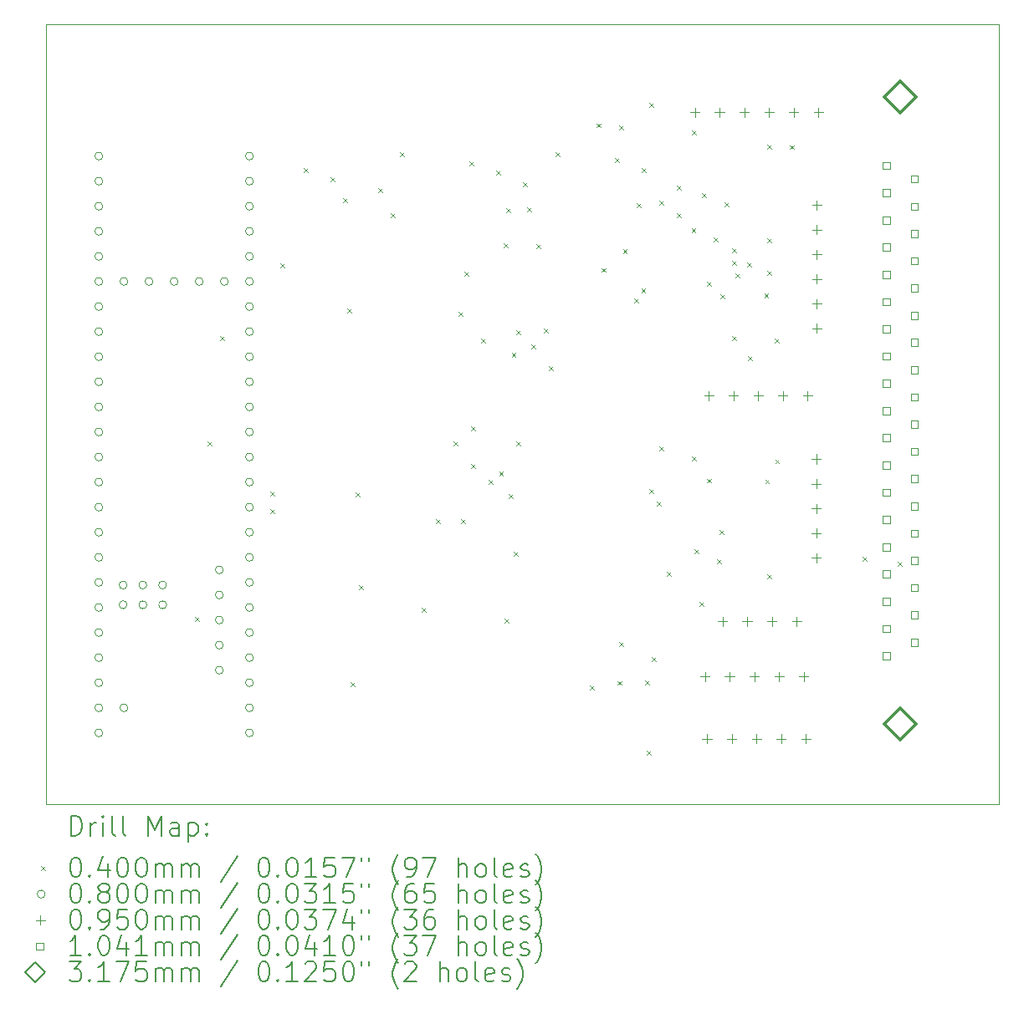
<source format=gbr>
%TF.GenerationSoftware,KiCad,Pcbnew,7.0.10*%
%TF.CreationDate,2024-08-08T18:22:48-04:00*%
%TF.ProjectId,accessoryidk,61636365-7373-46f7-9279-69646b2e6b69,rev?*%
%TF.SameCoordinates,Original*%
%TF.FileFunction,Drillmap*%
%TF.FilePolarity,Positive*%
%FSLAX45Y45*%
G04 Gerber Fmt 4.5, Leading zero omitted, Abs format (unit mm)*
G04 Created by KiCad (PCBNEW 7.0.10) date 2024-08-08 18:22:48*
%MOMM*%
%LPD*%
G01*
G04 APERTURE LIST*
%ADD10C,0.100000*%
%ADD11C,0.200000*%
%ADD12C,0.104140*%
%ADD13C,0.317500*%
G04 APERTURE END LIST*
D10*
X3500000Y-1371600D02*
X13150000Y-1371600D01*
X13150000Y-9271600D01*
X3500000Y-9271600D01*
X3500000Y-1371600D01*
D11*
D10*
X5009200Y-7371400D02*
X5049200Y-7411400D01*
X5049200Y-7371400D02*
X5009200Y-7411400D01*
X5136200Y-5593400D02*
X5176200Y-5633400D01*
X5176200Y-5593400D02*
X5136200Y-5633400D01*
X5263200Y-4526600D02*
X5303200Y-4566600D01*
X5303200Y-4526600D02*
X5263200Y-4566600D01*
X5771200Y-6101400D02*
X5811200Y-6141400D01*
X5811200Y-6101400D02*
X5771200Y-6141400D01*
X5771200Y-6279200D02*
X5811200Y-6319200D01*
X5811200Y-6279200D02*
X5771200Y-6319200D01*
X5872800Y-3790000D02*
X5912800Y-3830000D01*
X5912800Y-3790000D02*
X5872800Y-3830000D01*
X6114100Y-2824800D02*
X6154100Y-2864800D01*
X6154100Y-2824800D02*
X6114100Y-2864800D01*
X6381122Y-2920523D02*
X6421122Y-2960523D01*
X6421122Y-2920523D02*
X6381122Y-2960523D01*
X6507800Y-3129600D02*
X6547800Y-3169600D01*
X6547800Y-3129600D02*
X6507800Y-3169600D01*
X6551600Y-4247200D02*
X6591600Y-4287200D01*
X6591600Y-4247200D02*
X6551600Y-4287200D01*
X6584000Y-8031800D02*
X6624000Y-8071800D01*
X6624000Y-8031800D02*
X6584000Y-8071800D01*
X6635600Y-6110107D02*
X6675600Y-6150107D01*
X6675600Y-6110107D02*
X6635600Y-6150107D01*
X6672900Y-7053900D02*
X6712900Y-7093900D01*
X6712900Y-7053900D02*
X6672900Y-7093900D01*
X6863400Y-3028000D02*
X6903400Y-3068000D01*
X6903400Y-3028000D02*
X6863400Y-3068000D01*
X6990400Y-3282000D02*
X7030400Y-3322000D01*
X7030400Y-3282000D02*
X6990400Y-3322000D01*
X7088552Y-2668953D02*
X7128552Y-2708953D01*
X7128552Y-2668953D02*
X7088552Y-2708953D01*
X7307050Y-7280050D02*
X7347050Y-7320050D01*
X7347050Y-7280050D02*
X7307050Y-7320050D01*
X7447600Y-6380800D02*
X7487600Y-6420800D01*
X7487600Y-6380800D02*
X7447600Y-6420800D01*
X7625400Y-5593400D02*
X7665400Y-5633400D01*
X7665400Y-5593400D02*
X7625400Y-5633400D01*
X7676200Y-4285300D02*
X7716200Y-4325300D01*
X7716200Y-4285300D02*
X7676200Y-4325300D01*
X7701600Y-6380800D02*
X7741600Y-6420800D01*
X7741600Y-6380800D02*
X7701600Y-6420800D01*
X7739700Y-3878900D02*
X7779700Y-3918900D01*
X7779700Y-3878900D02*
X7739700Y-3918900D01*
X7790500Y-2761300D02*
X7830500Y-2801300D01*
X7830500Y-2761300D02*
X7790500Y-2801300D01*
X7803200Y-5441000D02*
X7843200Y-5481000D01*
X7843200Y-5441000D02*
X7803200Y-5481000D01*
X7803200Y-5822000D02*
X7843200Y-5862000D01*
X7843200Y-5822000D02*
X7803200Y-5862000D01*
X7904800Y-4555700D02*
X7944800Y-4595700D01*
X7944800Y-4555700D02*
X7904800Y-4595700D01*
X7981000Y-5987100D02*
X8021000Y-6027100D01*
X8021000Y-5987100D02*
X7981000Y-6027100D01*
X8057200Y-2850200D02*
X8097200Y-2890200D01*
X8097200Y-2850200D02*
X8057200Y-2890200D01*
X8090300Y-5898200D02*
X8130300Y-5938200D01*
X8130300Y-5898200D02*
X8090300Y-5938200D01*
X8133400Y-3586800D02*
X8173400Y-3626800D01*
X8173400Y-3586800D02*
X8133400Y-3626800D01*
X8145250Y-7394350D02*
X8185250Y-7434350D01*
X8185250Y-7394350D02*
X8145250Y-7434350D01*
X8158800Y-3231200D02*
X8198800Y-3271200D01*
X8198800Y-3231200D02*
X8158800Y-3271200D01*
X8184200Y-6126800D02*
X8224200Y-6166800D01*
X8224200Y-6126800D02*
X8184200Y-6166800D01*
X8215700Y-4700700D02*
X8255700Y-4740700D01*
X8255700Y-4700700D02*
X8215700Y-4740700D01*
X8235000Y-6711000D02*
X8275000Y-6751000D01*
X8275000Y-6711000D02*
X8235000Y-6751000D01*
X8260400Y-4472100D02*
X8300400Y-4512100D01*
X8300400Y-4472100D02*
X8260400Y-4512100D01*
X8260400Y-5593400D02*
X8300400Y-5633400D01*
X8300400Y-5593400D02*
X8260400Y-5633400D01*
X8331061Y-2974565D02*
X8371061Y-3014565D01*
X8371061Y-2974565D02*
X8331061Y-3014565D01*
X8375333Y-3227500D02*
X8415333Y-3267500D01*
X8415333Y-3227500D02*
X8375333Y-3267500D01*
X8412800Y-4612800D02*
X8452800Y-4652800D01*
X8452800Y-4612800D02*
X8412800Y-4652800D01*
X8464010Y-3599268D02*
X8504010Y-3639268D01*
X8504010Y-3599268D02*
X8464010Y-3639268D01*
X8540809Y-4451409D02*
X8580809Y-4491409D01*
X8580809Y-4451409D02*
X8540809Y-4491409D01*
X8590600Y-4831400D02*
X8630600Y-4871400D01*
X8630600Y-4831400D02*
X8590600Y-4871400D01*
X8663353Y-2668953D02*
X8703353Y-2708953D01*
X8703353Y-2668953D02*
X8663353Y-2708953D01*
X9009700Y-8069900D02*
X9049700Y-8109900D01*
X9049700Y-8069900D02*
X9009700Y-8109900D01*
X9073200Y-2374100D02*
X9113200Y-2414100D01*
X9113200Y-2374100D02*
X9073200Y-2414100D01*
X9124000Y-3840700D02*
X9164000Y-3880700D01*
X9164000Y-3840700D02*
X9124000Y-3880700D01*
X9263700Y-2723200D02*
X9303700Y-2763200D01*
X9303700Y-2723200D02*
X9263700Y-2763200D01*
X9285725Y-8023252D02*
X9325725Y-8063252D01*
X9325725Y-8023252D02*
X9285725Y-8063252D01*
X9301800Y-2393000D02*
X9341800Y-2433000D01*
X9341800Y-2393000D02*
X9301800Y-2433000D01*
X9301800Y-7625400D02*
X9341800Y-7665400D01*
X9341800Y-7625400D02*
X9301800Y-7665400D01*
X9342432Y-3647526D02*
X9382432Y-3687526D01*
X9382432Y-3647526D02*
X9342432Y-3687526D01*
X9454200Y-4145600D02*
X9494200Y-4185600D01*
X9494200Y-4145600D02*
X9454200Y-4185600D01*
X9479600Y-3184100D02*
X9519600Y-3224100D01*
X9519600Y-3184100D02*
X9479600Y-3224100D01*
X9529935Y-4044465D02*
X9569935Y-4084465D01*
X9569935Y-4044465D02*
X9529935Y-4084465D01*
X9530400Y-2824800D02*
X9570400Y-2864800D01*
X9570400Y-2824800D02*
X9530400Y-2864800D01*
X9568500Y-8019100D02*
X9608500Y-8059100D01*
X9608500Y-8019100D02*
X9568500Y-8059100D01*
X9581200Y-8730300D02*
X9621200Y-8770300D01*
X9621200Y-8730300D02*
X9581200Y-8770300D01*
X9606600Y-2164400D02*
X9646600Y-2204400D01*
X9646600Y-2164400D02*
X9606600Y-2204400D01*
X9606600Y-6076000D02*
X9646600Y-6116000D01*
X9646600Y-6076000D02*
X9606600Y-6116000D01*
X9632000Y-7777800D02*
X9672000Y-7817800D01*
X9672000Y-7777800D02*
X9632000Y-7817800D01*
X9682800Y-6203000D02*
X9722800Y-6243000D01*
X9722800Y-6203000D02*
X9682800Y-6243000D01*
X9708200Y-3155000D02*
X9748200Y-3195000D01*
X9748200Y-3155000D02*
X9708200Y-3195000D01*
X9708200Y-5644200D02*
X9748200Y-5684200D01*
X9748200Y-5644200D02*
X9708200Y-5684200D01*
X9784400Y-6914200D02*
X9824400Y-6954200D01*
X9824400Y-6914200D02*
X9784400Y-6954200D01*
X9886000Y-3002600D02*
X9926000Y-3042600D01*
X9926000Y-3002600D02*
X9886000Y-3042600D01*
X9886000Y-3282000D02*
X9926000Y-3322000D01*
X9926000Y-3282000D02*
X9886000Y-3322000D01*
X10036455Y-3439649D02*
X10076455Y-3479649D01*
X10076455Y-3439649D02*
X10036455Y-3479649D01*
X10038400Y-2443800D02*
X10078400Y-2483800D01*
X10078400Y-2443800D02*
X10038400Y-2483800D01*
X10038400Y-5745800D02*
X10078400Y-5785800D01*
X10078400Y-5745800D02*
X10038400Y-5785800D01*
X10063800Y-6685600D02*
X10103800Y-6725600D01*
X10103800Y-6685600D02*
X10063800Y-6725600D01*
X10114600Y-7219000D02*
X10154600Y-7259000D01*
X10154600Y-7219000D02*
X10114600Y-7259000D01*
X10140000Y-3078800D02*
X10180000Y-3118800D01*
X10180000Y-3078800D02*
X10140000Y-3118800D01*
X10190800Y-3982000D02*
X10230800Y-4022000D01*
X10230800Y-3982000D02*
X10190800Y-4022000D01*
X10193073Y-5973964D02*
X10233073Y-6013964D01*
X10233073Y-5973964D02*
X10193073Y-6013964D01*
X10259215Y-3532204D02*
X10299215Y-3572204D01*
X10299215Y-3532204D02*
X10259215Y-3572204D01*
X10292400Y-6787200D02*
X10332400Y-6827200D01*
X10332400Y-6787200D02*
X10292400Y-6827200D01*
X10317800Y-6495100D02*
X10357800Y-6535100D01*
X10357800Y-6495100D02*
X10317800Y-6535100D01*
X10330500Y-4107500D02*
X10370500Y-4147500D01*
X10370500Y-4107500D02*
X10330500Y-4147500D01*
X10368600Y-3176700D02*
X10408600Y-3216700D01*
X10408600Y-3176700D02*
X10368600Y-3216700D01*
X10444800Y-3637600D02*
X10484800Y-3677600D01*
X10484800Y-3637600D02*
X10444800Y-3677600D01*
X10444800Y-3765065D02*
X10484800Y-3805065D01*
X10484800Y-3765065D02*
X10444800Y-3805065D01*
X10444800Y-4526600D02*
X10484800Y-4566600D01*
X10484800Y-4526600D02*
X10444800Y-4566600D01*
X10482900Y-3891600D02*
X10522900Y-3931600D01*
X10522900Y-3891600D02*
X10482900Y-3931600D01*
X10603085Y-3782254D02*
X10643085Y-3822254D01*
X10643085Y-3782254D02*
X10603085Y-3822254D01*
X10609900Y-4733500D02*
X10649900Y-4773500D01*
X10649900Y-4733500D02*
X10609900Y-4773500D01*
X10774535Y-4095265D02*
X10814535Y-4135265D01*
X10814535Y-4095265D02*
X10774535Y-4135265D01*
X10781535Y-5980565D02*
X10821535Y-6020565D01*
X10821535Y-5980565D02*
X10781535Y-6020565D01*
X10800400Y-2590000D02*
X10840400Y-2630000D01*
X10840400Y-2590000D02*
X10800400Y-2630000D01*
X10800400Y-3536000D02*
X10840400Y-3576000D01*
X10840400Y-3536000D02*
X10800400Y-3576000D01*
X10800400Y-3866200D02*
X10840400Y-3906200D01*
X10840400Y-3866200D02*
X10800400Y-3906200D01*
X10800400Y-6939600D02*
X10840400Y-6979600D01*
X10840400Y-6939600D02*
X10800400Y-6979600D01*
X10876600Y-4552000D02*
X10916600Y-4592000D01*
X10916600Y-4552000D02*
X10876600Y-4592000D01*
X10882950Y-5777550D02*
X10922950Y-5817550D01*
X10922950Y-5777550D02*
X10882950Y-5817550D01*
X11030303Y-2594898D02*
X11070303Y-2634898D01*
X11070303Y-2594898D02*
X11030303Y-2634898D01*
X11765600Y-6761800D02*
X11805600Y-6801800D01*
X11805600Y-6761800D02*
X11765600Y-6801800D01*
X12121200Y-6812600D02*
X12161200Y-6852600D01*
X12161200Y-6812600D02*
X12121200Y-6852600D01*
X4078600Y-2705100D02*
G75*
G03*
X3998600Y-2705100I-40000J0D01*
G01*
X3998600Y-2705100D02*
G75*
G03*
X4078600Y-2705100I40000J0D01*
G01*
X4078600Y-2959100D02*
G75*
G03*
X3998600Y-2959100I-40000J0D01*
G01*
X3998600Y-2959100D02*
G75*
G03*
X4078600Y-2959100I40000J0D01*
G01*
X4078600Y-3213100D02*
G75*
G03*
X3998600Y-3213100I-40000J0D01*
G01*
X3998600Y-3213100D02*
G75*
G03*
X4078600Y-3213100I40000J0D01*
G01*
X4078600Y-3467100D02*
G75*
G03*
X3998600Y-3467100I-40000J0D01*
G01*
X3998600Y-3467100D02*
G75*
G03*
X4078600Y-3467100I40000J0D01*
G01*
X4078600Y-3721100D02*
G75*
G03*
X3998600Y-3721100I-40000J0D01*
G01*
X3998600Y-3721100D02*
G75*
G03*
X4078600Y-3721100I40000J0D01*
G01*
X4078600Y-3975100D02*
G75*
G03*
X3998600Y-3975100I-40000J0D01*
G01*
X3998600Y-3975100D02*
G75*
G03*
X4078600Y-3975100I40000J0D01*
G01*
X4078600Y-4229100D02*
G75*
G03*
X3998600Y-4229100I-40000J0D01*
G01*
X3998600Y-4229100D02*
G75*
G03*
X4078600Y-4229100I40000J0D01*
G01*
X4078600Y-4483100D02*
G75*
G03*
X3998600Y-4483100I-40000J0D01*
G01*
X3998600Y-4483100D02*
G75*
G03*
X4078600Y-4483100I40000J0D01*
G01*
X4078600Y-4737100D02*
G75*
G03*
X3998600Y-4737100I-40000J0D01*
G01*
X3998600Y-4737100D02*
G75*
G03*
X4078600Y-4737100I40000J0D01*
G01*
X4078600Y-4991100D02*
G75*
G03*
X3998600Y-4991100I-40000J0D01*
G01*
X3998600Y-4991100D02*
G75*
G03*
X4078600Y-4991100I40000J0D01*
G01*
X4078600Y-5245100D02*
G75*
G03*
X3998600Y-5245100I-40000J0D01*
G01*
X3998600Y-5245100D02*
G75*
G03*
X4078600Y-5245100I40000J0D01*
G01*
X4078600Y-5499100D02*
G75*
G03*
X3998600Y-5499100I-40000J0D01*
G01*
X3998600Y-5499100D02*
G75*
G03*
X4078600Y-5499100I40000J0D01*
G01*
X4078600Y-5753100D02*
G75*
G03*
X3998600Y-5753100I-40000J0D01*
G01*
X3998600Y-5753100D02*
G75*
G03*
X4078600Y-5753100I40000J0D01*
G01*
X4078600Y-6007100D02*
G75*
G03*
X3998600Y-6007100I-40000J0D01*
G01*
X3998600Y-6007100D02*
G75*
G03*
X4078600Y-6007100I40000J0D01*
G01*
X4078600Y-6261100D02*
G75*
G03*
X3998600Y-6261100I-40000J0D01*
G01*
X3998600Y-6261100D02*
G75*
G03*
X4078600Y-6261100I40000J0D01*
G01*
X4078600Y-6515100D02*
G75*
G03*
X3998600Y-6515100I-40000J0D01*
G01*
X3998600Y-6515100D02*
G75*
G03*
X4078600Y-6515100I40000J0D01*
G01*
X4078600Y-6769100D02*
G75*
G03*
X3998600Y-6769100I-40000J0D01*
G01*
X3998600Y-6769100D02*
G75*
G03*
X4078600Y-6769100I40000J0D01*
G01*
X4078600Y-7023100D02*
G75*
G03*
X3998600Y-7023100I-40000J0D01*
G01*
X3998600Y-7023100D02*
G75*
G03*
X4078600Y-7023100I40000J0D01*
G01*
X4078600Y-7277100D02*
G75*
G03*
X3998600Y-7277100I-40000J0D01*
G01*
X3998600Y-7277100D02*
G75*
G03*
X4078600Y-7277100I40000J0D01*
G01*
X4078600Y-7531100D02*
G75*
G03*
X3998600Y-7531100I-40000J0D01*
G01*
X3998600Y-7531100D02*
G75*
G03*
X4078600Y-7531100I40000J0D01*
G01*
X4078600Y-7785100D02*
G75*
G03*
X3998600Y-7785100I-40000J0D01*
G01*
X3998600Y-7785100D02*
G75*
G03*
X4078600Y-7785100I40000J0D01*
G01*
X4078600Y-8039100D02*
G75*
G03*
X3998600Y-8039100I-40000J0D01*
G01*
X3998600Y-8039100D02*
G75*
G03*
X4078600Y-8039100I40000J0D01*
G01*
X4078600Y-8293100D02*
G75*
G03*
X3998600Y-8293100I-40000J0D01*
G01*
X3998600Y-8293100D02*
G75*
G03*
X4078600Y-8293100I40000J0D01*
G01*
X4078600Y-8547100D02*
G75*
G03*
X3998600Y-8547100I-40000J0D01*
G01*
X3998600Y-8547100D02*
G75*
G03*
X4078600Y-8547100I40000J0D01*
G01*
X4323600Y-7050100D02*
G75*
G03*
X4243600Y-7050100I-40000J0D01*
G01*
X4243600Y-7050100D02*
G75*
G03*
X4323600Y-7050100I40000J0D01*
G01*
X4323600Y-7250100D02*
G75*
G03*
X4243600Y-7250100I-40000J0D01*
G01*
X4243600Y-7250100D02*
G75*
G03*
X4323600Y-7250100I40000J0D01*
G01*
X4332600Y-3975100D02*
G75*
G03*
X4252600Y-3975100I-40000J0D01*
G01*
X4252600Y-3975100D02*
G75*
G03*
X4332600Y-3975100I40000J0D01*
G01*
X4332600Y-8293100D02*
G75*
G03*
X4252600Y-8293100I-40000J0D01*
G01*
X4252600Y-8293100D02*
G75*
G03*
X4332600Y-8293100I40000J0D01*
G01*
X4523600Y-7050100D02*
G75*
G03*
X4443600Y-7050100I-40000J0D01*
G01*
X4443600Y-7050100D02*
G75*
G03*
X4523600Y-7050100I40000J0D01*
G01*
X4523600Y-7250100D02*
G75*
G03*
X4443600Y-7250100I-40000J0D01*
G01*
X4443600Y-7250100D02*
G75*
G03*
X4523600Y-7250100I40000J0D01*
G01*
X4586600Y-3975100D02*
G75*
G03*
X4506600Y-3975100I-40000J0D01*
G01*
X4506600Y-3975100D02*
G75*
G03*
X4586600Y-3975100I40000J0D01*
G01*
X4723600Y-7050100D02*
G75*
G03*
X4643600Y-7050100I-40000J0D01*
G01*
X4643600Y-7050100D02*
G75*
G03*
X4723600Y-7050100I40000J0D01*
G01*
X4723600Y-7250100D02*
G75*
G03*
X4643600Y-7250100I-40000J0D01*
G01*
X4643600Y-7250100D02*
G75*
G03*
X4723600Y-7250100I40000J0D01*
G01*
X4840600Y-3975100D02*
G75*
G03*
X4760600Y-3975100I-40000J0D01*
G01*
X4760600Y-3975100D02*
G75*
G03*
X4840600Y-3975100I40000J0D01*
G01*
X5094600Y-3975100D02*
G75*
G03*
X5014600Y-3975100I-40000J0D01*
G01*
X5014600Y-3975100D02*
G75*
G03*
X5094600Y-3975100I40000J0D01*
G01*
X5297600Y-6896100D02*
G75*
G03*
X5217600Y-6896100I-40000J0D01*
G01*
X5217600Y-6896100D02*
G75*
G03*
X5297600Y-6896100I40000J0D01*
G01*
X5297600Y-7150100D02*
G75*
G03*
X5217600Y-7150100I-40000J0D01*
G01*
X5217600Y-7150100D02*
G75*
G03*
X5297600Y-7150100I40000J0D01*
G01*
X5297600Y-7404100D02*
G75*
G03*
X5217600Y-7404100I-40000J0D01*
G01*
X5217600Y-7404100D02*
G75*
G03*
X5297600Y-7404100I40000J0D01*
G01*
X5297600Y-7658100D02*
G75*
G03*
X5217600Y-7658100I-40000J0D01*
G01*
X5217600Y-7658100D02*
G75*
G03*
X5297600Y-7658100I40000J0D01*
G01*
X5297600Y-7912100D02*
G75*
G03*
X5217600Y-7912100I-40000J0D01*
G01*
X5217600Y-7912100D02*
G75*
G03*
X5297600Y-7912100I40000J0D01*
G01*
X5348600Y-3975100D02*
G75*
G03*
X5268600Y-3975100I-40000J0D01*
G01*
X5268600Y-3975100D02*
G75*
G03*
X5348600Y-3975100I40000J0D01*
G01*
X5602600Y-2705100D02*
G75*
G03*
X5522600Y-2705100I-40000J0D01*
G01*
X5522600Y-2705100D02*
G75*
G03*
X5602600Y-2705100I40000J0D01*
G01*
X5602600Y-2959100D02*
G75*
G03*
X5522600Y-2959100I-40000J0D01*
G01*
X5522600Y-2959100D02*
G75*
G03*
X5602600Y-2959100I40000J0D01*
G01*
X5602600Y-3213100D02*
G75*
G03*
X5522600Y-3213100I-40000J0D01*
G01*
X5522600Y-3213100D02*
G75*
G03*
X5602600Y-3213100I40000J0D01*
G01*
X5602600Y-3467100D02*
G75*
G03*
X5522600Y-3467100I-40000J0D01*
G01*
X5522600Y-3467100D02*
G75*
G03*
X5602600Y-3467100I40000J0D01*
G01*
X5602600Y-3721100D02*
G75*
G03*
X5522600Y-3721100I-40000J0D01*
G01*
X5522600Y-3721100D02*
G75*
G03*
X5602600Y-3721100I40000J0D01*
G01*
X5602600Y-3975100D02*
G75*
G03*
X5522600Y-3975100I-40000J0D01*
G01*
X5522600Y-3975100D02*
G75*
G03*
X5602600Y-3975100I40000J0D01*
G01*
X5602600Y-4229100D02*
G75*
G03*
X5522600Y-4229100I-40000J0D01*
G01*
X5522600Y-4229100D02*
G75*
G03*
X5602600Y-4229100I40000J0D01*
G01*
X5602600Y-4483100D02*
G75*
G03*
X5522600Y-4483100I-40000J0D01*
G01*
X5522600Y-4483100D02*
G75*
G03*
X5602600Y-4483100I40000J0D01*
G01*
X5602600Y-4737100D02*
G75*
G03*
X5522600Y-4737100I-40000J0D01*
G01*
X5522600Y-4737100D02*
G75*
G03*
X5602600Y-4737100I40000J0D01*
G01*
X5602600Y-4991100D02*
G75*
G03*
X5522600Y-4991100I-40000J0D01*
G01*
X5522600Y-4991100D02*
G75*
G03*
X5602600Y-4991100I40000J0D01*
G01*
X5602600Y-5245100D02*
G75*
G03*
X5522600Y-5245100I-40000J0D01*
G01*
X5522600Y-5245100D02*
G75*
G03*
X5602600Y-5245100I40000J0D01*
G01*
X5602600Y-5499100D02*
G75*
G03*
X5522600Y-5499100I-40000J0D01*
G01*
X5522600Y-5499100D02*
G75*
G03*
X5602600Y-5499100I40000J0D01*
G01*
X5602600Y-5753100D02*
G75*
G03*
X5522600Y-5753100I-40000J0D01*
G01*
X5522600Y-5753100D02*
G75*
G03*
X5602600Y-5753100I40000J0D01*
G01*
X5602600Y-6007100D02*
G75*
G03*
X5522600Y-6007100I-40000J0D01*
G01*
X5522600Y-6007100D02*
G75*
G03*
X5602600Y-6007100I40000J0D01*
G01*
X5602600Y-6261100D02*
G75*
G03*
X5522600Y-6261100I-40000J0D01*
G01*
X5522600Y-6261100D02*
G75*
G03*
X5602600Y-6261100I40000J0D01*
G01*
X5602600Y-6515100D02*
G75*
G03*
X5522600Y-6515100I-40000J0D01*
G01*
X5522600Y-6515100D02*
G75*
G03*
X5602600Y-6515100I40000J0D01*
G01*
X5602600Y-6769100D02*
G75*
G03*
X5522600Y-6769100I-40000J0D01*
G01*
X5522600Y-6769100D02*
G75*
G03*
X5602600Y-6769100I40000J0D01*
G01*
X5602600Y-7023100D02*
G75*
G03*
X5522600Y-7023100I-40000J0D01*
G01*
X5522600Y-7023100D02*
G75*
G03*
X5602600Y-7023100I40000J0D01*
G01*
X5602600Y-7277100D02*
G75*
G03*
X5522600Y-7277100I-40000J0D01*
G01*
X5522600Y-7277100D02*
G75*
G03*
X5602600Y-7277100I40000J0D01*
G01*
X5602600Y-7531100D02*
G75*
G03*
X5522600Y-7531100I-40000J0D01*
G01*
X5522600Y-7531100D02*
G75*
G03*
X5602600Y-7531100I40000J0D01*
G01*
X5602600Y-7785100D02*
G75*
G03*
X5522600Y-7785100I-40000J0D01*
G01*
X5522600Y-7785100D02*
G75*
G03*
X5602600Y-7785100I40000J0D01*
G01*
X5602600Y-8039100D02*
G75*
G03*
X5522600Y-8039100I-40000J0D01*
G01*
X5522600Y-8039100D02*
G75*
G03*
X5602600Y-8039100I40000J0D01*
G01*
X5602600Y-8293100D02*
G75*
G03*
X5522600Y-8293100I-40000J0D01*
G01*
X5522600Y-8293100D02*
G75*
G03*
X5602600Y-8293100I40000J0D01*
G01*
X5602600Y-8547100D02*
G75*
G03*
X5522600Y-8547100I-40000J0D01*
G01*
X5522600Y-8547100D02*
G75*
G03*
X5602600Y-8547100I40000J0D01*
G01*
X10070400Y-2213100D02*
X10070400Y-2308100D01*
X10022900Y-2260600D02*
X10117900Y-2260600D01*
X10172000Y-7928100D02*
X10172000Y-8023100D01*
X10124500Y-7975600D02*
X10219500Y-7975600D01*
X10193400Y-8558500D02*
X10193400Y-8653500D01*
X10145900Y-8606000D02*
X10240900Y-8606000D01*
X10210800Y-5083300D02*
X10210800Y-5178300D01*
X10163300Y-5130800D02*
X10258300Y-5130800D01*
X10320400Y-2213100D02*
X10320400Y-2308100D01*
X10272900Y-2260600D02*
X10367900Y-2260600D01*
X10349800Y-7369300D02*
X10349800Y-7464300D01*
X10302300Y-7416800D02*
X10397300Y-7416800D01*
X10422000Y-7928100D02*
X10422000Y-8023100D01*
X10374500Y-7975600D02*
X10469500Y-7975600D01*
X10443400Y-8558500D02*
X10443400Y-8653500D01*
X10395900Y-8606000D02*
X10490900Y-8606000D01*
X10460800Y-5083300D02*
X10460800Y-5178300D01*
X10413300Y-5130800D02*
X10508300Y-5130800D01*
X10570400Y-2213100D02*
X10570400Y-2308100D01*
X10522900Y-2260600D02*
X10617900Y-2260600D01*
X10599800Y-7369300D02*
X10599800Y-7464300D01*
X10552300Y-7416800D02*
X10647300Y-7416800D01*
X10672000Y-7928100D02*
X10672000Y-8023100D01*
X10624500Y-7975600D02*
X10719500Y-7975600D01*
X10693400Y-8558500D02*
X10693400Y-8653500D01*
X10645900Y-8606000D02*
X10740900Y-8606000D01*
X10710800Y-5083300D02*
X10710800Y-5178300D01*
X10663300Y-5130800D02*
X10758300Y-5130800D01*
X10820400Y-2213100D02*
X10820400Y-2308100D01*
X10772900Y-2260600D02*
X10867900Y-2260600D01*
X10849800Y-7369300D02*
X10849800Y-7464300D01*
X10802300Y-7416800D02*
X10897300Y-7416800D01*
X10922000Y-7928100D02*
X10922000Y-8023100D01*
X10874500Y-7975600D02*
X10969500Y-7975600D01*
X10943400Y-8558500D02*
X10943400Y-8653500D01*
X10895900Y-8606000D02*
X10990900Y-8606000D01*
X10960800Y-5083300D02*
X10960800Y-5178300D01*
X10913300Y-5130800D02*
X11008300Y-5130800D01*
X11070400Y-2213100D02*
X11070400Y-2308100D01*
X11022900Y-2260600D02*
X11117900Y-2260600D01*
X11099800Y-7369300D02*
X11099800Y-7464300D01*
X11052300Y-7416800D02*
X11147300Y-7416800D01*
X11172000Y-7928100D02*
X11172000Y-8023100D01*
X11124500Y-7975600D02*
X11219500Y-7975600D01*
X11193400Y-8558500D02*
X11193400Y-8653500D01*
X11145900Y-8606000D02*
X11240900Y-8606000D01*
X11210800Y-5083300D02*
X11210800Y-5178300D01*
X11163300Y-5130800D02*
X11258300Y-5130800D01*
X11298400Y-5726300D02*
X11298400Y-5821300D01*
X11250900Y-5773800D02*
X11345900Y-5773800D01*
X11298400Y-5976300D02*
X11298400Y-6071300D01*
X11250900Y-6023800D02*
X11345900Y-6023800D01*
X11298400Y-6226300D02*
X11298400Y-6321300D01*
X11250900Y-6273800D02*
X11345900Y-6273800D01*
X11298400Y-6476300D02*
X11298400Y-6571300D01*
X11250900Y-6523800D02*
X11345900Y-6523800D01*
X11298400Y-6726300D02*
X11298400Y-6821300D01*
X11250900Y-6773800D02*
X11345900Y-6773800D01*
X11303000Y-3152900D02*
X11303000Y-3247900D01*
X11255500Y-3200400D02*
X11350500Y-3200400D01*
X11303000Y-3402900D02*
X11303000Y-3497900D01*
X11255500Y-3450400D02*
X11350500Y-3450400D01*
X11303000Y-3652900D02*
X11303000Y-3747900D01*
X11255500Y-3700400D02*
X11350500Y-3700400D01*
X11303000Y-3902900D02*
X11303000Y-3997900D01*
X11255500Y-3950400D02*
X11350500Y-3950400D01*
X11303000Y-4152900D02*
X11303000Y-4247900D01*
X11255500Y-4200400D02*
X11350500Y-4200400D01*
X11303000Y-4402900D02*
X11303000Y-4497900D01*
X11255500Y-4450400D02*
X11350500Y-4450400D01*
X11320400Y-2213100D02*
X11320400Y-2308100D01*
X11272900Y-2260600D02*
X11367900Y-2260600D01*
D12*
X12043419Y-2838419D02*
X12043419Y-2764781D01*
X11969781Y-2764781D01*
X11969781Y-2838419D01*
X12043419Y-2838419D01*
X12043419Y-3114319D02*
X12043419Y-3040681D01*
X11969781Y-3040681D01*
X11969781Y-3114319D01*
X12043419Y-3114319D01*
X12043419Y-3390119D02*
X12043419Y-3316481D01*
X11969781Y-3316481D01*
X11969781Y-3390119D01*
X12043419Y-3390119D01*
X12043419Y-3666019D02*
X12043419Y-3592381D01*
X11969781Y-3592381D01*
X11969781Y-3666019D01*
X12043419Y-3666019D01*
X12043419Y-3941819D02*
X12043419Y-3868181D01*
X11969781Y-3868181D01*
X11969781Y-3941819D01*
X12043419Y-3941819D01*
X12043419Y-4217719D02*
X12043419Y-4144081D01*
X11969781Y-4144081D01*
X11969781Y-4217719D01*
X12043419Y-4217719D01*
X12043419Y-4493519D02*
X12043419Y-4419881D01*
X11969781Y-4419881D01*
X11969781Y-4493519D01*
X12043419Y-4493519D01*
X12043419Y-4769319D02*
X12043419Y-4695681D01*
X11969781Y-4695681D01*
X11969781Y-4769319D01*
X12043419Y-4769319D01*
X12043419Y-5045219D02*
X12043419Y-4971581D01*
X11969781Y-4971581D01*
X11969781Y-5045219D01*
X12043419Y-5045219D01*
X12043419Y-5321019D02*
X12043419Y-5247381D01*
X11969781Y-5247381D01*
X11969781Y-5321019D01*
X12043419Y-5321019D01*
X12043419Y-5596919D02*
X12043419Y-5523281D01*
X11969781Y-5523281D01*
X11969781Y-5596919D01*
X12043419Y-5596919D01*
X12043419Y-5872719D02*
X12043419Y-5799081D01*
X11969781Y-5799081D01*
X11969781Y-5872719D01*
X12043419Y-5872719D01*
X12043419Y-6148619D02*
X12043419Y-6074981D01*
X11969781Y-6074981D01*
X11969781Y-6148619D01*
X12043419Y-6148619D01*
X12043419Y-6424419D02*
X12043419Y-6350781D01*
X11969781Y-6350781D01*
X11969781Y-6424419D01*
X12043419Y-6424419D01*
X12043419Y-6700219D02*
X12043419Y-6626581D01*
X11969781Y-6626581D01*
X11969781Y-6700219D01*
X12043419Y-6700219D01*
X12043419Y-6976119D02*
X12043419Y-6902481D01*
X11969781Y-6902481D01*
X11969781Y-6976119D01*
X12043419Y-6976119D01*
X12043419Y-7251919D02*
X12043419Y-7178281D01*
X11969781Y-7178281D01*
X11969781Y-7251919D01*
X12043419Y-7251919D01*
X12043419Y-7527819D02*
X12043419Y-7454181D01*
X11969781Y-7454181D01*
X11969781Y-7527819D01*
X12043419Y-7527819D01*
X12043419Y-7803619D02*
X12043419Y-7729981D01*
X11969781Y-7729981D01*
X11969781Y-7803619D01*
X12043419Y-7803619D01*
X12327919Y-2974319D02*
X12327919Y-2900681D01*
X12254281Y-2900681D01*
X12254281Y-2974319D01*
X12327919Y-2974319D01*
X12327919Y-3252219D02*
X12327919Y-3178581D01*
X12254281Y-3178581D01*
X12254281Y-3252219D01*
X12327919Y-3252219D01*
X12327919Y-3528019D02*
X12327919Y-3454381D01*
X12254281Y-3454381D01*
X12254281Y-3528019D01*
X12327919Y-3528019D01*
X12327919Y-3803919D02*
X12327919Y-3730281D01*
X12254281Y-3730281D01*
X12254281Y-3803919D01*
X12327919Y-3803919D01*
X12327919Y-4079719D02*
X12327919Y-4006081D01*
X12254281Y-4006081D01*
X12254281Y-4079719D01*
X12327919Y-4079719D01*
X12327919Y-4355619D02*
X12327919Y-4281981D01*
X12254281Y-4281981D01*
X12254281Y-4355619D01*
X12327919Y-4355619D01*
X12327919Y-4631419D02*
X12327919Y-4557781D01*
X12254281Y-4557781D01*
X12254281Y-4631419D01*
X12327919Y-4631419D01*
X12327919Y-4907319D02*
X12327919Y-4833681D01*
X12254281Y-4833681D01*
X12254281Y-4907319D01*
X12327919Y-4907319D01*
X12327919Y-5183119D02*
X12327919Y-5109481D01*
X12254281Y-5109481D01*
X12254281Y-5183119D01*
X12327919Y-5183119D01*
X12327919Y-5458919D02*
X12327919Y-5385281D01*
X12254281Y-5385281D01*
X12254281Y-5458919D01*
X12327919Y-5458919D01*
X12327919Y-5734819D02*
X12327919Y-5661181D01*
X12254281Y-5661181D01*
X12254281Y-5734819D01*
X12327919Y-5734819D01*
X12327919Y-6010619D02*
X12327919Y-5936981D01*
X12254281Y-5936981D01*
X12254281Y-6010619D01*
X12327919Y-6010619D01*
X12327919Y-6286519D02*
X12327919Y-6212881D01*
X12254281Y-6212881D01*
X12254281Y-6286519D01*
X12327919Y-6286519D01*
X12327919Y-6562319D02*
X12327919Y-6488681D01*
X12254281Y-6488681D01*
X12254281Y-6562319D01*
X12327919Y-6562319D01*
X12327919Y-6838219D02*
X12327919Y-6764581D01*
X12254281Y-6764581D01*
X12254281Y-6838219D01*
X12327919Y-6838219D01*
X12327919Y-7114019D02*
X12327919Y-7040381D01*
X12254281Y-7040381D01*
X12254281Y-7114019D01*
X12327919Y-7114019D01*
X12327919Y-7389919D02*
X12327919Y-7316281D01*
X12254281Y-7316281D01*
X12254281Y-7389919D01*
X12327919Y-7389919D01*
X12327919Y-7665719D02*
X12327919Y-7592081D01*
X12254281Y-7592081D01*
X12254281Y-7665719D01*
X12327919Y-7665719D01*
D13*
X12148800Y-2266950D02*
X12307550Y-2108200D01*
X12148800Y-1949450D01*
X11990050Y-2108200D01*
X12148800Y-2266950D01*
X12148800Y-8616950D02*
X12307550Y-8458200D01*
X12148800Y-8299450D01*
X11990050Y-8458200D01*
X12148800Y-8616950D01*
D11*
X3755777Y-9588084D02*
X3755777Y-9388084D01*
X3755777Y-9388084D02*
X3803396Y-9388084D01*
X3803396Y-9388084D02*
X3831967Y-9397608D01*
X3831967Y-9397608D02*
X3851015Y-9416655D01*
X3851015Y-9416655D02*
X3860539Y-9435703D01*
X3860539Y-9435703D02*
X3870062Y-9473798D01*
X3870062Y-9473798D02*
X3870062Y-9502370D01*
X3870062Y-9502370D02*
X3860539Y-9540465D01*
X3860539Y-9540465D02*
X3851015Y-9559512D01*
X3851015Y-9559512D02*
X3831967Y-9578560D01*
X3831967Y-9578560D02*
X3803396Y-9588084D01*
X3803396Y-9588084D02*
X3755777Y-9588084D01*
X3955777Y-9588084D02*
X3955777Y-9454750D01*
X3955777Y-9492846D02*
X3965301Y-9473798D01*
X3965301Y-9473798D02*
X3974824Y-9464274D01*
X3974824Y-9464274D02*
X3993872Y-9454750D01*
X3993872Y-9454750D02*
X4012920Y-9454750D01*
X4079586Y-9588084D02*
X4079586Y-9454750D01*
X4079586Y-9388084D02*
X4070062Y-9397608D01*
X4070062Y-9397608D02*
X4079586Y-9407131D01*
X4079586Y-9407131D02*
X4089110Y-9397608D01*
X4089110Y-9397608D02*
X4079586Y-9388084D01*
X4079586Y-9388084D02*
X4079586Y-9407131D01*
X4203396Y-9588084D02*
X4184348Y-9578560D01*
X4184348Y-9578560D02*
X4174824Y-9559512D01*
X4174824Y-9559512D02*
X4174824Y-9388084D01*
X4308158Y-9588084D02*
X4289110Y-9578560D01*
X4289110Y-9578560D02*
X4279586Y-9559512D01*
X4279586Y-9559512D02*
X4279586Y-9388084D01*
X4536729Y-9588084D02*
X4536729Y-9388084D01*
X4536729Y-9388084D02*
X4603396Y-9530941D01*
X4603396Y-9530941D02*
X4670063Y-9388084D01*
X4670063Y-9388084D02*
X4670063Y-9588084D01*
X4851015Y-9588084D02*
X4851015Y-9483322D01*
X4851015Y-9483322D02*
X4841491Y-9464274D01*
X4841491Y-9464274D02*
X4822444Y-9454750D01*
X4822444Y-9454750D02*
X4784348Y-9454750D01*
X4784348Y-9454750D02*
X4765301Y-9464274D01*
X4851015Y-9578560D02*
X4831967Y-9588084D01*
X4831967Y-9588084D02*
X4784348Y-9588084D01*
X4784348Y-9588084D02*
X4765301Y-9578560D01*
X4765301Y-9578560D02*
X4755777Y-9559512D01*
X4755777Y-9559512D02*
X4755777Y-9540465D01*
X4755777Y-9540465D02*
X4765301Y-9521417D01*
X4765301Y-9521417D02*
X4784348Y-9511893D01*
X4784348Y-9511893D02*
X4831967Y-9511893D01*
X4831967Y-9511893D02*
X4851015Y-9502370D01*
X4946253Y-9454750D02*
X4946253Y-9654750D01*
X4946253Y-9464274D02*
X4965301Y-9454750D01*
X4965301Y-9454750D02*
X5003396Y-9454750D01*
X5003396Y-9454750D02*
X5022444Y-9464274D01*
X5022444Y-9464274D02*
X5031967Y-9473798D01*
X5031967Y-9473798D02*
X5041491Y-9492846D01*
X5041491Y-9492846D02*
X5041491Y-9549989D01*
X5041491Y-9549989D02*
X5031967Y-9569036D01*
X5031967Y-9569036D02*
X5022444Y-9578560D01*
X5022444Y-9578560D02*
X5003396Y-9588084D01*
X5003396Y-9588084D02*
X4965301Y-9588084D01*
X4965301Y-9588084D02*
X4946253Y-9578560D01*
X5127205Y-9569036D02*
X5136729Y-9578560D01*
X5136729Y-9578560D02*
X5127205Y-9588084D01*
X5127205Y-9588084D02*
X5117682Y-9578560D01*
X5117682Y-9578560D02*
X5127205Y-9569036D01*
X5127205Y-9569036D02*
X5127205Y-9588084D01*
X5127205Y-9464274D02*
X5136729Y-9473798D01*
X5136729Y-9473798D02*
X5127205Y-9483322D01*
X5127205Y-9483322D02*
X5117682Y-9473798D01*
X5117682Y-9473798D02*
X5127205Y-9464274D01*
X5127205Y-9464274D02*
X5127205Y-9483322D01*
D10*
X3455000Y-9896600D02*
X3495000Y-9936600D01*
X3495000Y-9896600D02*
X3455000Y-9936600D01*
D11*
X3793872Y-9808084D02*
X3812920Y-9808084D01*
X3812920Y-9808084D02*
X3831967Y-9817608D01*
X3831967Y-9817608D02*
X3841491Y-9827131D01*
X3841491Y-9827131D02*
X3851015Y-9846179D01*
X3851015Y-9846179D02*
X3860539Y-9884274D01*
X3860539Y-9884274D02*
X3860539Y-9931893D01*
X3860539Y-9931893D02*
X3851015Y-9969989D01*
X3851015Y-9969989D02*
X3841491Y-9989036D01*
X3841491Y-9989036D02*
X3831967Y-9998560D01*
X3831967Y-9998560D02*
X3812920Y-10008084D01*
X3812920Y-10008084D02*
X3793872Y-10008084D01*
X3793872Y-10008084D02*
X3774824Y-9998560D01*
X3774824Y-9998560D02*
X3765301Y-9989036D01*
X3765301Y-9989036D02*
X3755777Y-9969989D01*
X3755777Y-9969989D02*
X3746253Y-9931893D01*
X3746253Y-9931893D02*
X3746253Y-9884274D01*
X3746253Y-9884274D02*
X3755777Y-9846179D01*
X3755777Y-9846179D02*
X3765301Y-9827131D01*
X3765301Y-9827131D02*
X3774824Y-9817608D01*
X3774824Y-9817608D02*
X3793872Y-9808084D01*
X3946253Y-9989036D02*
X3955777Y-9998560D01*
X3955777Y-9998560D02*
X3946253Y-10008084D01*
X3946253Y-10008084D02*
X3936729Y-9998560D01*
X3936729Y-9998560D02*
X3946253Y-9989036D01*
X3946253Y-9989036D02*
X3946253Y-10008084D01*
X4127205Y-9874750D02*
X4127205Y-10008084D01*
X4079586Y-9798560D02*
X4031967Y-9941417D01*
X4031967Y-9941417D02*
X4155777Y-9941417D01*
X4270063Y-9808084D02*
X4289110Y-9808084D01*
X4289110Y-9808084D02*
X4308158Y-9817608D01*
X4308158Y-9817608D02*
X4317682Y-9827131D01*
X4317682Y-9827131D02*
X4327205Y-9846179D01*
X4327205Y-9846179D02*
X4336729Y-9884274D01*
X4336729Y-9884274D02*
X4336729Y-9931893D01*
X4336729Y-9931893D02*
X4327205Y-9969989D01*
X4327205Y-9969989D02*
X4317682Y-9989036D01*
X4317682Y-9989036D02*
X4308158Y-9998560D01*
X4308158Y-9998560D02*
X4289110Y-10008084D01*
X4289110Y-10008084D02*
X4270063Y-10008084D01*
X4270063Y-10008084D02*
X4251015Y-9998560D01*
X4251015Y-9998560D02*
X4241491Y-9989036D01*
X4241491Y-9989036D02*
X4231967Y-9969989D01*
X4231967Y-9969989D02*
X4222444Y-9931893D01*
X4222444Y-9931893D02*
X4222444Y-9884274D01*
X4222444Y-9884274D02*
X4231967Y-9846179D01*
X4231967Y-9846179D02*
X4241491Y-9827131D01*
X4241491Y-9827131D02*
X4251015Y-9817608D01*
X4251015Y-9817608D02*
X4270063Y-9808084D01*
X4460539Y-9808084D02*
X4479586Y-9808084D01*
X4479586Y-9808084D02*
X4498634Y-9817608D01*
X4498634Y-9817608D02*
X4508158Y-9827131D01*
X4508158Y-9827131D02*
X4517682Y-9846179D01*
X4517682Y-9846179D02*
X4527205Y-9884274D01*
X4527205Y-9884274D02*
X4527205Y-9931893D01*
X4527205Y-9931893D02*
X4517682Y-9969989D01*
X4517682Y-9969989D02*
X4508158Y-9989036D01*
X4508158Y-9989036D02*
X4498634Y-9998560D01*
X4498634Y-9998560D02*
X4479586Y-10008084D01*
X4479586Y-10008084D02*
X4460539Y-10008084D01*
X4460539Y-10008084D02*
X4441491Y-9998560D01*
X4441491Y-9998560D02*
X4431967Y-9989036D01*
X4431967Y-9989036D02*
X4422444Y-9969989D01*
X4422444Y-9969989D02*
X4412920Y-9931893D01*
X4412920Y-9931893D02*
X4412920Y-9884274D01*
X4412920Y-9884274D02*
X4422444Y-9846179D01*
X4422444Y-9846179D02*
X4431967Y-9827131D01*
X4431967Y-9827131D02*
X4441491Y-9817608D01*
X4441491Y-9817608D02*
X4460539Y-9808084D01*
X4612920Y-10008084D02*
X4612920Y-9874750D01*
X4612920Y-9893798D02*
X4622444Y-9884274D01*
X4622444Y-9884274D02*
X4641491Y-9874750D01*
X4641491Y-9874750D02*
X4670063Y-9874750D01*
X4670063Y-9874750D02*
X4689110Y-9884274D01*
X4689110Y-9884274D02*
X4698634Y-9903322D01*
X4698634Y-9903322D02*
X4698634Y-10008084D01*
X4698634Y-9903322D02*
X4708158Y-9884274D01*
X4708158Y-9884274D02*
X4727205Y-9874750D01*
X4727205Y-9874750D02*
X4755777Y-9874750D01*
X4755777Y-9874750D02*
X4774825Y-9884274D01*
X4774825Y-9884274D02*
X4784348Y-9903322D01*
X4784348Y-9903322D02*
X4784348Y-10008084D01*
X4879586Y-10008084D02*
X4879586Y-9874750D01*
X4879586Y-9893798D02*
X4889110Y-9884274D01*
X4889110Y-9884274D02*
X4908158Y-9874750D01*
X4908158Y-9874750D02*
X4936729Y-9874750D01*
X4936729Y-9874750D02*
X4955777Y-9884274D01*
X4955777Y-9884274D02*
X4965301Y-9903322D01*
X4965301Y-9903322D02*
X4965301Y-10008084D01*
X4965301Y-9903322D02*
X4974825Y-9884274D01*
X4974825Y-9884274D02*
X4993872Y-9874750D01*
X4993872Y-9874750D02*
X5022444Y-9874750D01*
X5022444Y-9874750D02*
X5041491Y-9884274D01*
X5041491Y-9884274D02*
X5051015Y-9903322D01*
X5051015Y-9903322D02*
X5051015Y-10008084D01*
X5441491Y-9798560D02*
X5270063Y-10055703D01*
X5698634Y-9808084D02*
X5717682Y-9808084D01*
X5717682Y-9808084D02*
X5736729Y-9817608D01*
X5736729Y-9817608D02*
X5746253Y-9827131D01*
X5746253Y-9827131D02*
X5755777Y-9846179D01*
X5755777Y-9846179D02*
X5765301Y-9884274D01*
X5765301Y-9884274D02*
X5765301Y-9931893D01*
X5765301Y-9931893D02*
X5755777Y-9969989D01*
X5755777Y-9969989D02*
X5746253Y-9989036D01*
X5746253Y-9989036D02*
X5736729Y-9998560D01*
X5736729Y-9998560D02*
X5717682Y-10008084D01*
X5717682Y-10008084D02*
X5698634Y-10008084D01*
X5698634Y-10008084D02*
X5679586Y-9998560D01*
X5679586Y-9998560D02*
X5670063Y-9989036D01*
X5670063Y-9989036D02*
X5660539Y-9969989D01*
X5660539Y-9969989D02*
X5651015Y-9931893D01*
X5651015Y-9931893D02*
X5651015Y-9884274D01*
X5651015Y-9884274D02*
X5660539Y-9846179D01*
X5660539Y-9846179D02*
X5670063Y-9827131D01*
X5670063Y-9827131D02*
X5679586Y-9817608D01*
X5679586Y-9817608D02*
X5698634Y-9808084D01*
X5851015Y-9989036D02*
X5860539Y-9998560D01*
X5860539Y-9998560D02*
X5851015Y-10008084D01*
X5851015Y-10008084D02*
X5841491Y-9998560D01*
X5841491Y-9998560D02*
X5851015Y-9989036D01*
X5851015Y-9989036D02*
X5851015Y-10008084D01*
X5984348Y-9808084D02*
X6003396Y-9808084D01*
X6003396Y-9808084D02*
X6022444Y-9817608D01*
X6022444Y-9817608D02*
X6031967Y-9827131D01*
X6031967Y-9827131D02*
X6041491Y-9846179D01*
X6041491Y-9846179D02*
X6051015Y-9884274D01*
X6051015Y-9884274D02*
X6051015Y-9931893D01*
X6051015Y-9931893D02*
X6041491Y-9969989D01*
X6041491Y-9969989D02*
X6031967Y-9989036D01*
X6031967Y-9989036D02*
X6022444Y-9998560D01*
X6022444Y-9998560D02*
X6003396Y-10008084D01*
X6003396Y-10008084D02*
X5984348Y-10008084D01*
X5984348Y-10008084D02*
X5965301Y-9998560D01*
X5965301Y-9998560D02*
X5955777Y-9989036D01*
X5955777Y-9989036D02*
X5946253Y-9969989D01*
X5946253Y-9969989D02*
X5936729Y-9931893D01*
X5936729Y-9931893D02*
X5936729Y-9884274D01*
X5936729Y-9884274D02*
X5946253Y-9846179D01*
X5946253Y-9846179D02*
X5955777Y-9827131D01*
X5955777Y-9827131D02*
X5965301Y-9817608D01*
X5965301Y-9817608D02*
X5984348Y-9808084D01*
X6241491Y-10008084D02*
X6127206Y-10008084D01*
X6184348Y-10008084D02*
X6184348Y-9808084D01*
X6184348Y-9808084D02*
X6165301Y-9836655D01*
X6165301Y-9836655D02*
X6146253Y-9855703D01*
X6146253Y-9855703D02*
X6127206Y-9865227D01*
X6422444Y-9808084D02*
X6327206Y-9808084D01*
X6327206Y-9808084D02*
X6317682Y-9903322D01*
X6317682Y-9903322D02*
X6327206Y-9893798D01*
X6327206Y-9893798D02*
X6346253Y-9884274D01*
X6346253Y-9884274D02*
X6393872Y-9884274D01*
X6393872Y-9884274D02*
X6412920Y-9893798D01*
X6412920Y-9893798D02*
X6422444Y-9903322D01*
X6422444Y-9903322D02*
X6431967Y-9922370D01*
X6431967Y-9922370D02*
X6431967Y-9969989D01*
X6431967Y-9969989D02*
X6422444Y-9989036D01*
X6422444Y-9989036D02*
X6412920Y-9998560D01*
X6412920Y-9998560D02*
X6393872Y-10008084D01*
X6393872Y-10008084D02*
X6346253Y-10008084D01*
X6346253Y-10008084D02*
X6327206Y-9998560D01*
X6327206Y-9998560D02*
X6317682Y-9989036D01*
X6498634Y-9808084D02*
X6631967Y-9808084D01*
X6631967Y-9808084D02*
X6546253Y-10008084D01*
X6698634Y-9808084D02*
X6698634Y-9846179D01*
X6774825Y-9808084D02*
X6774825Y-9846179D01*
X7070063Y-10084274D02*
X7060539Y-10074750D01*
X7060539Y-10074750D02*
X7041491Y-10046179D01*
X7041491Y-10046179D02*
X7031968Y-10027131D01*
X7031968Y-10027131D02*
X7022444Y-9998560D01*
X7022444Y-9998560D02*
X7012920Y-9950941D01*
X7012920Y-9950941D02*
X7012920Y-9912846D01*
X7012920Y-9912846D02*
X7022444Y-9865227D01*
X7022444Y-9865227D02*
X7031968Y-9836655D01*
X7031968Y-9836655D02*
X7041491Y-9817608D01*
X7041491Y-9817608D02*
X7060539Y-9789036D01*
X7060539Y-9789036D02*
X7070063Y-9779512D01*
X7155777Y-10008084D02*
X7193872Y-10008084D01*
X7193872Y-10008084D02*
X7212920Y-9998560D01*
X7212920Y-9998560D02*
X7222444Y-9989036D01*
X7222444Y-9989036D02*
X7241491Y-9960465D01*
X7241491Y-9960465D02*
X7251015Y-9922370D01*
X7251015Y-9922370D02*
X7251015Y-9846179D01*
X7251015Y-9846179D02*
X7241491Y-9827131D01*
X7241491Y-9827131D02*
X7231968Y-9817608D01*
X7231968Y-9817608D02*
X7212920Y-9808084D01*
X7212920Y-9808084D02*
X7174825Y-9808084D01*
X7174825Y-9808084D02*
X7155777Y-9817608D01*
X7155777Y-9817608D02*
X7146253Y-9827131D01*
X7146253Y-9827131D02*
X7136729Y-9846179D01*
X7136729Y-9846179D02*
X7136729Y-9893798D01*
X7136729Y-9893798D02*
X7146253Y-9912846D01*
X7146253Y-9912846D02*
X7155777Y-9922370D01*
X7155777Y-9922370D02*
X7174825Y-9931893D01*
X7174825Y-9931893D02*
X7212920Y-9931893D01*
X7212920Y-9931893D02*
X7231968Y-9922370D01*
X7231968Y-9922370D02*
X7241491Y-9912846D01*
X7241491Y-9912846D02*
X7251015Y-9893798D01*
X7317682Y-9808084D02*
X7451015Y-9808084D01*
X7451015Y-9808084D02*
X7365301Y-10008084D01*
X7679587Y-10008084D02*
X7679587Y-9808084D01*
X7765301Y-10008084D02*
X7765301Y-9903322D01*
X7765301Y-9903322D02*
X7755777Y-9884274D01*
X7755777Y-9884274D02*
X7736730Y-9874750D01*
X7736730Y-9874750D02*
X7708158Y-9874750D01*
X7708158Y-9874750D02*
X7689110Y-9884274D01*
X7689110Y-9884274D02*
X7679587Y-9893798D01*
X7889110Y-10008084D02*
X7870063Y-9998560D01*
X7870063Y-9998560D02*
X7860539Y-9989036D01*
X7860539Y-9989036D02*
X7851015Y-9969989D01*
X7851015Y-9969989D02*
X7851015Y-9912846D01*
X7851015Y-9912846D02*
X7860539Y-9893798D01*
X7860539Y-9893798D02*
X7870063Y-9884274D01*
X7870063Y-9884274D02*
X7889110Y-9874750D01*
X7889110Y-9874750D02*
X7917682Y-9874750D01*
X7917682Y-9874750D02*
X7936730Y-9884274D01*
X7936730Y-9884274D02*
X7946253Y-9893798D01*
X7946253Y-9893798D02*
X7955777Y-9912846D01*
X7955777Y-9912846D02*
X7955777Y-9969989D01*
X7955777Y-9969989D02*
X7946253Y-9989036D01*
X7946253Y-9989036D02*
X7936730Y-9998560D01*
X7936730Y-9998560D02*
X7917682Y-10008084D01*
X7917682Y-10008084D02*
X7889110Y-10008084D01*
X8070063Y-10008084D02*
X8051015Y-9998560D01*
X8051015Y-9998560D02*
X8041491Y-9979512D01*
X8041491Y-9979512D02*
X8041491Y-9808084D01*
X8222444Y-9998560D02*
X8203396Y-10008084D01*
X8203396Y-10008084D02*
X8165301Y-10008084D01*
X8165301Y-10008084D02*
X8146253Y-9998560D01*
X8146253Y-9998560D02*
X8136730Y-9979512D01*
X8136730Y-9979512D02*
X8136730Y-9903322D01*
X8136730Y-9903322D02*
X8146253Y-9884274D01*
X8146253Y-9884274D02*
X8165301Y-9874750D01*
X8165301Y-9874750D02*
X8203396Y-9874750D01*
X8203396Y-9874750D02*
X8222444Y-9884274D01*
X8222444Y-9884274D02*
X8231968Y-9903322D01*
X8231968Y-9903322D02*
X8231968Y-9922370D01*
X8231968Y-9922370D02*
X8136730Y-9941417D01*
X8308158Y-9998560D02*
X8327206Y-10008084D01*
X8327206Y-10008084D02*
X8365301Y-10008084D01*
X8365301Y-10008084D02*
X8384349Y-9998560D01*
X8384349Y-9998560D02*
X8393873Y-9979512D01*
X8393873Y-9979512D02*
X8393873Y-9969989D01*
X8393873Y-9969989D02*
X8384349Y-9950941D01*
X8384349Y-9950941D02*
X8365301Y-9941417D01*
X8365301Y-9941417D02*
X8336730Y-9941417D01*
X8336730Y-9941417D02*
X8317682Y-9931893D01*
X8317682Y-9931893D02*
X8308158Y-9912846D01*
X8308158Y-9912846D02*
X8308158Y-9903322D01*
X8308158Y-9903322D02*
X8317682Y-9884274D01*
X8317682Y-9884274D02*
X8336730Y-9874750D01*
X8336730Y-9874750D02*
X8365301Y-9874750D01*
X8365301Y-9874750D02*
X8384349Y-9884274D01*
X8460539Y-10084274D02*
X8470063Y-10074750D01*
X8470063Y-10074750D02*
X8489111Y-10046179D01*
X8489111Y-10046179D02*
X8498634Y-10027131D01*
X8498634Y-10027131D02*
X8508158Y-9998560D01*
X8508158Y-9998560D02*
X8517682Y-9950941D01*
X8517682Y-9950941D02*
X8517682Y-9912846D01*
X8517682Y-9912846D02*
X8508158Y-9865227D01*
X8508158Y-9865227D02*
X8498634Y-9836655D01*
X8498634Y-9836655D02*
X8489111Y-9817608D01*
X8489111Y-9817608D02*
X8470063Y-9789036D01*
X8470063Y-9789036D02*
X8460539Y-9779512D01*
D10*
X3495000Y-10180600D02*
G75*
G03*
X3415000Y-10180600I-40000J0D01*
G01*
X3415000Y-10180600D02*
G75*
G03*
X3495000Y-10180600I40000J0D01*
G01*
D11*
X3793872Y-10072084D02*
X3812920Y-10072084D01*
X3812920Y-10072084D02*
X3831967Y-10081608D01*
X3831967Y-10081608D02*
X3841491Y-10091131D01*
X3841491Y-10091131D02*
X3851015Y-10110179D01*
X3851015Y-10110179D02*
X3860539Y-10148274D01*
X3860539Y-10148274D02*
X3860539Y-10195893D01*
X3860539Y-10195893D02*
X3851015Y-10233989D01*
X3851015Y-10233989D02*
X3841491Y-10253036D01*
X3841491Y-10253036D02*
X3831967Y-10262560D01*
X3831967Y-10262560D02*
X3812920Y-10272084D01*
X3812920Y-10272084D02*
X3793872Y-10272084D01*
X3793872Y-10272084D02*
X3774824Y-10262560D01*
X3774824Y-10262560D02*
X3765301Y-10253036D01*
X3765301Y-10253036D02*
X3755777Y-10233989D01*
X3755777Y-10233989D02*
X3746253Y-10195893D01*
X3746253Y-10195893D02*
X3746253Y-10148274D01*
X3746253Y-10148274D02*
X3755777Y-10110179D01*
X3755777Y-10110179D02*
X3765301Y-10091131D01*
X3765301Y-10091131D02*
X3774824Y-10081608D01*
X3774824Y-10081608D02*
X3793872Y-10072084D01*
X3946253Y-10253036D02*
X3955777Y-10262560D01*
X3955777Y-10262560D02*
X3946253Y-10272084D01*
X3946253Y-10272084D02*
X3936729Y-10262560D01*
X3936729Y-10262560D02*
X3946253Y-10253036D01*
X3946253Y-10253036D02*
X3946253Y-10272084D01*
X4070062Y-10157798D02*
X4051015Y-10148274D01*
X4051015Y-10148274D02*
X4041491Y-10138750D01*
X4041491Y-10138750D02*
X4031967Y-10119703D01*
X4031967Y-10119703D02*
X4031967Y-10110179D01*
X4031967Y-10110179D02*
X4041491Y-10091131D01*
X4041491Y-10091131D02*
X4051015Y-10081608D01*
X4051015Y-10081608D02*
X4070062Y-10072084D01*
X4070062Y-10072084D02*
X4108158Y-10072084D01*
X4108158Y-10072084D02*
X4127205Y-10081608D01*
X4127205Y-10081608D02*
X4136729Y-10091131D01*
X4136729Y-10091131D02*
X4146253Y-10110179D01*
X4146253Y-10110179D02*
X4146253Y-10119703D01*
X4146253Y-10119703D02*
X4136729Y-10138750D01*
X4136729Y-10138750D02*
X4127205Y-10148274D01*
X4127205Y-10148274D02*
X4108158Y-10157798D01*
X4108158Y-10157798D02*
X4070062Y-10157798D01*
X4070062Y-10157798D02*
X4051015Y-10167322D01*
X4051015Y-10167322D02*
X4041491Y-10176846D01*
X4041491Y-10176846D02*
X4031967Y-10195893D01*
X4031967Y-10195893D02*
X4031967Y-10233989D01*
X4031967Y-10233989D02*
X4041491Y-10253036D01*
X4041491Y-10253036D02*
X4051015Y-10262560D01*
X4051015Y-10262560D02*
X4070062Y-10272084D01*
X4070062Y-10272084D02*
X4108158Y-10272084D01*
X4108158Y-10272084D02*
X4127205Y-10262560D01*
X4127205Y-10262560D02*
X4136729Y-10253036D01*
X4136729Y-10253036D02*
X4146253Y-10233989D01*
X4146253Y-10233989D02*
X4146253Y-10195893D01*
X4146253Y-10195893D02*
X4136729Y-10176846D01*
X4136729Y-10176846D02*
X4127205Y-10167322D01*
X4127205Y-10167322D02*
X4108158Y-10157798D01*
X4270063Y-10072084D02*
X4289110Y-10072084D01*
X4289110Y-10072084D02*
X4308158Y-10081608D01*
X4308158Y-10081608D02*
X4317682Y-10091131D01*
X4317682Y-10091131D02*
X4327205Y-10110179D01*
X4327205Y-10110179D02*
X4336729Y-10148274D01*
X4336729Y-10148274D02*
X4336729Y-10195893D01*
X4336729Y-10195893D02*
X4327205Y-10233989D01*
X4327205Y-10233989D02*
X4317682Y-10253036D01*
X4317682Y-10253036D02*
X4308158Y-10262560D01*
X4308158Y-10262560D02*
X4289110Y-10272084D01*
X4289110Y-10272084D02*
X4270063Y-10272084D01*
X4270063Y-10272084D02*
X4251015Y-10262560D01*
X4251015Y-10262560D02*
X4241491Y-10253036D01*
X4241491Y-10253036D02*
X4231967Y-10233989D01*
X4231967Y-10233989D02*
X4222444Y-10195893D01*
X4222444Y-10195893D02*
X4222444Y-10148274D01*
X4222444Y-10148274D02*
X4231967Y-10110179D01*
X4231967Y-10110179D02*
X4241491Y-10091131D01*
X4241491Y-10091131D02*
X4251015Y-10081608D01*
X4251015Y-10081608D02*
X4270063Y-10072084D01*
X4460539Y-10072084D02*
X4479586Y-10072084D01*
X4479586Y-10072084D02*
X4498634Y-10081608D01*
X4498634Y-10081608D02*
X4508158Y-10091131D01*
X4508158Y-10091131D02*
X4517682Y-10110179D01*
X4517682Y-10110179D02*
X4527205Y-10148274D01*
X4527205Y-10148274D02*
X4527205Y-10195893D01*
X4527205Y-10195893D02*
X4517682Y-10233989D01*
X4517682Y-10233989D02*
X4508158Y-10253036D01*
X4508158Y-10253036D02*
X4498634Y-10262560D01*
X4498634Y-10262560D02*
X4479586Y-10272084D01*
X4479586Y-10272084D02*
X4460539Y-10272084D01*
X4460539Y-10272084D02*
X4441491Y-10262560D01*
X4441491Y-10262560D02*
X4431967Y-10253036D01*
X4431967Y-10253036D02*
X4422444Y-10233989D01*
X4422444Y-10233989D02*
X4412920Y-10195893D01*
X4412920Y-10195893D02*
X4412920Y-10148274D01*
X4412920Y-10148274D02*
X4422444Y-10110179D01*
X4422444Y-10110179D02*
X4431967Y-10091131D01*
X4431967Y-10091131D02*
X4441491Y-10081608D01*
X4441491Y-10081608D02*
X4460539Y-10072084D01*
X4612920Y-10272084D02*
X4612920Y-10138750D01*
X4612920Y-10157798D02*
X4622444Y-10148274D01*
X4622444Y-10148274D02*
X4641491Y-10138750D01*
X4641491Y-10138750D02*
X4670063Y-10138750D01*
X4670063Y-10138750D02*
X4689110Y-10148274D01*
X4689110Y-10148274D02*
X4698634Y-10167322D01*
X4698634Y-10167322D02*
X4698634Y-10272084D01*
X4698634Y-10167322D02*
X4708158Y-10148274D01*
X4708158Y-10148274D02*
X4727205Y-10138750D01*
X4727205Y-10138750D02*
X4755777Y-10138750D01*
X4755777Y-10138750D02*
X4774825Y-10148274D01*
X4774825Y-10148274D02*
X4784348Y-10167322D01*
X4784348Y-10167322D02*
X4784348Y-10272084D01*
X4879586Y-10272084D02*
X4879586Y-10138750D01*
X4879586Y-10157798D02*
X4889110Y-10148274D01*
X4889110Y-10148274D02*
X4908158Y-10138750D01*
X4908158Y-10138750D02*
X4936729Y-10138750D01*
X4936729Y-10138750D02*
X4955777Y-10148274D01*
X4955777Y-10148274D02*
X4965301Y-10167322D01*
X4965301Y-10167322D02*
X4965301Y-10272084D01*
X4965301Y-10167322D02*
X4974825Y-10148274D01*
X4974825Y-10148274D02*
X4993872Y-10138750D01*
X4993872Y-10138750D02*
X5022444Y-10138750D01*
X5022444Y-10138750D02*
X5041491Y-10148274D01*
X5041491Y-10148274D02*
X5051015Y-10167322D01*
X5051015Y-10167322D02*
X5051015Y-10272084D01*
X5441491Y-10062560D02*
X5270063Y-10319703D01*
X5698634Y-10072084D02*
X5717682Y-10072084D01*
X5717682Y-10072084D02*
X5736729Y-10081608D01*
X5736729Y-10081608D02*
X5746253Y-10091131D01*
X5746253Y-10091131D02*
X5755777Y-10110179D01*
X5755777Y-10110179D02*
X5765301Y-10148274D01*
X5765301Y-10148274D02*
X5765301Y-10195893D01*
X5765301Y-10195893D02*
X5755777Y-10233989D01*
X5755777Y-10233989D02*
X5746253Y-10253036D01*
X5746253Y-10253036D02*
X5736729Y-10262560D01*
X5736729Y-10262560D02*
X5717682Y-10272084D01*
X5717682Y-10272084D02*
X5698634Y-10272084D01*
X5698634Y-10272084D02*
X5679586Y-10262560D01*
X5679586Y-10262560D02*
X5670063Y-10253036D01*
X5670063Y-10253036D02*
X5660539Y-10233989D01*
X5660539Y-10233989D02*
X5651015Y-10195893D01*
X5651015Y-10195893D02*
X5651015Y-10148274D01*
X5651015Y-10148274D02*
X5660539Y-10110179D01*
X5660539Y-10110179D02*
X5670063Y-10091131D01*
X5670063Y-10091131D02*
X5679586Y-10081608D01*
X5679586Y-10081608D02*
X5698634Y-10072084D01*
X5851015Y-10253036D02*
X5860539Y-10262560D01*
X5860539Y-10262560D02*
X5851015Y-10272084D01*
X5851015Y-10272084D02*
X5841491Y-10262560D01*
X5841491Y-10262560D02*
X5851015Y-10253036D01*
X5851015Y-10253036D02*
X5851015Y-10272084D01*
X5984348Y-10072084D02*
X6003396Y-10072084D01*
X6003396Y-10072084D02*
X6022444Y-10081608D01*
X6022444Y-10081608D02*
X6031967Y-10091131D01*
X6031967Y-10091131D02*
X6041491Y-10110179D01*
X6041491Y-10110179D02*
X6051015Y-10148274D01*
X6051015Y-10148274D02*
X6051015Y-10195893D01*
X6051015Y-10195893D02*
X6041491Y-10233989D01*
X6041491Y-10233989D02*
X6031967Y-10253036D01*
X6031967Y-10253036D02*
X6022444Y-10262560D01*
X6022444Y-10262560D02*
X6003396Y-10272084D01*
X6003396Y-10272084D02*
X5984348Y-10272084D01*
X5984348Y-10272084D02*
X5965301Y-10262560D01*
X5965301Y-10262560D02*
X5955777Y-10253036D01*
X5955777Y-10253036D02*
X5946253Y-10233989D01*
X5946253Y-10233989D02*
X5936729Y-10195893D01*
X5936729Y-10195893D02*
X5936729Y-10148274D01*
X5936729Y-10148274D02*
X5946253Y-10110179D01*
X5946253Y-10110179D02*
X5955777Y-10091131D01*
X5955777Y-10091131D02*
X5965301Y-10081608D01*
X5965301Y-10081608D02*
X5984348Y-10072084D01*
X6117682Y-10072084D02*
X6241491Y-10072084D01*
X6241491Y-10072084D02*
X6174825Y-10148274D01*
X6174825Y-10148274D02*
X6203396Y-10148274D01*
X6203396Y-10148274D02*
X6222444Y-10157798D01*
X6222444Y-10157798D02*
X6231967Y-10167322D01*
X6231967Y-10167322D02*
X6241491Y-10186370D01*
X6241491Y-10186370D02*
X6241491Y-10233989D01*
X6241491Y-10233989D02*
X6231967Y-10253036D01*
X6231967Y-10253036D02*
X6222444Y-10262560D01*
X6222444Y-10262560D02*
X6203396Y-10272084D01*
X6203396Y-10272084D02*
X6146253Y-10272084D01*
X6146253Y-10272084D02*
X6127206Y-10262560D01*
X6127206Y-10262560D02*
X6117682Y-10253036D01*
X6431967Y-10272084D02*
X6317682Y-10272084D01*
X6374825Y-10272084D02*
X6374825Y-10072084D01*
X6374825Y-10072084D02*
X6355777Y-10100655D01*
X6355777Y-10100655D02*
X6336729Y-10119703D01*
X6336729Y-10119703D02*
X6317682Y-10129227D01*
X6612920Y-10072084D02*
X6517682Y-10072084D01*
X6517682Y-10072084D02*
X6508158Y-10167322D01*
X6508158Y-10167322D02*
X6517682Y-10157798D01*
X6517682Y-10157798D02*
X6536729Y-10148274D01*
X6536729Y-10148274D02*
X6584348Y-10148274D01*
X6584348Y-10148274D02*
X6603396Y-10157798D01*
X6603396Y-10157798D02*
X6612920Y-10167322D01*
X6612920Y-10167322D02*
X6622444Y-10186370D01*
X6622444Y-10186370D02*
X6622444Y-10233989D01*
X6622444Y-10233989D02*
X6612920Y-10253036D01*
X6612920Y-10253036D02*
X6603396Y-10262560D01*
X6603396Y-10262560D02*
X6584348Y-10272084D01*
X6584348Y-10272084D02*
X6536729Y-10272084D01*
X6536729Y-10272084D02*
X6517682Y-10262560D01*
X6517682Y-10262560D02*
X6508158Y-10253036D01*
X6698634Y-10072084D02*
X6698634Y-10110179D01*
X6774825Y-10072084D02*
X6774825Y-10110179D01*
X7070063Y-10348274D02*
X7060539Y-10338750D01*
X7060539Y-10338750D02*
X7041491Y-10310179D01*
X7041491Y-10310179D02*
X7031968Y-10291131D01*
X7031968Y-10291131D02*
X7022444Y-10262560D01*
X7022444Y-10262560D02*
X7012920Y-10214941D01*
X7012920Y-10214941D02*
X7012920Y-10176846D01*
X7012920Y-10176846D02*
X7022444Y-10129227D01*
X7022444Y-10129227D02*
X7031968Y-10100655D01*
X7031968Y-10100655D02*
X7041491Y-10081608D01*
X7041491Y-10081608D02*
X7060539Y-10053036D01*
X7060539Y-10053036D02*
X7070063Y-10043512D01*
X7231968Y-10072084D02*
X7193872Y-10072084D01*
X7193872Y-10072084D02*
X7174825Y-10081608D01*
X7174825Y-10081608D02*
X7165301Y-10091131D01*
X7165301Y-10091131D02*
X7146253Y-10119703D01*
X7146253Y-10119703D02*
X7136729Y-10157798D01*
X7136729Y-10157798D02*
X7136729Y-10233989D01*
X7136729Y-10233989D02*
X7146253Y-10253036D01*
X7146253Y-10253036D02*
X7155777Y-10262560D01*
X7155777Y-10262560D02*
X7174825Y-10272084D01*
X7174825Y-10272084D02*
X7212920Y-10272084D01*
X7212920Y-10272084D02*
X7231968Y-10262560D01*
X7231968Y-10262560D02*
X7241491Y-10253036D01*
X7241491Y-10253036D02*
X7251015Y-10233989D01*
X7251015Y-10233989D02*
X7251015Y-10186370D01*
X7251015Y-10186370D02*
X7241491Y-10167322D01*
X7241491Y-10167322D02*
X7231968Y-10157798D01*
X7231968Y-10157798D02*
X7212920Y-10148274D01*
X7212920Y-10148274D02*
X7174825Y-10148274D01*
X7174825Y-10148274D02*
X7155777Y-10157798D01*
X7155777Y-10157798D02*
X7146253Y-10167322D01*
X7146253Y-10167322D02*
X7136729Y-10186370D01*
X7431968Y-10072084D02*
X7336729Y-10072084D01*
X7336729Y-10072084D02*
X7327206Y-10167322D01*
X7327206Y-10167322D02*
X7336729Y-10157798D01*
X7336729Y-10157798D02*
X7355777Y-10148274D01*
X7355777Y-10148274D02*
X7403396Y-10148274D01*
X7403396Y-10148274D02*
X7422444Y-10157798D01*
X7422444Y-10157798D02*
X7431968Y-10167322D01*
X7431968Y-10167322D02*
X7441491Y-10186370D01*
X7441491Y-10186370D02*
X7441491Y-10233989D01*
X7441491Y-10233989D02*
X7431968Y-10253036D01*
X7431968Y-10253036D02*
X7422444Y-10262560D01*
X7422444Y-10262560D02*
X7403396Y-10272084D01*
X7403396Y-10272084D02*
X7355777Y-10272084D01*
X7355777Y-10272084D02*
X7336729Y-10262560D01*
X7336729Y-10262560D02*
X7327206Y-10253036D01*
X7679587Y-10272084D02*
X7679587Y-10072084D01*
X7765301Y-10272084D02*
X7765301Y-10167322D01*
X7765301Y-10167322D02*
X7755777Y-10148274D01*
X7755777Y-10148274D02*
X7736730Y-10138750D01*
X7736730Y-10138750D02*
X7708158Y-10138750D01*
X7708158Y-10138750D02*
X7689110Y-10148274D01*
X7689110Y-10148274D02*
X7679587Y-10157798D01*
X7889110Y-10272084D02*
X7870063Y-10262560D01*
X7870063Y-10262560D02*
X7860539Y-10253036D01*
X7860539Y-10253036D02*
X7851015Y-10233989D01*
X7851015Y-10233989D02*
X7851015Y-10176846D01*
X7851015Y-10176846D02*
X7860539Y-10157798D01*
X7860539Y-10157798D02*
X7870063Y-10148274D01*
X7870063Y-10148274D02*
X7889110Y-10138750D01*
X7889110Y-10138750D02*
X7917682Y-10138750D01*
X7917682Y-10138750D02*
X7936730Y-10148274D01*
X7936730Y-10148274D02*
X7946253Y-10157798D01*
X7946253Y-10157798D02*
X7955777Y-10176846D01*
X7955777Y-10176846D02*
X7955777Y-10233989D01*
X7955777Y-10233989D02*
X7946253Y-10253036D01*
X7946253Y-10253036D02*
X7936730Y-10262560D01*
X7936730Y-10262560D02*
X7917682Y-10272084D01*
X7917682Y-10272084D02*
X7889110Y-10272084D01*
X8070063Y-10272084D02*
X8051015Y-10262560D01*
X8051015Y-10262560D02*
X8041491Y-10243512D01*
X8041491Y-10243512D02*
X8041491Y-10072084D01*
X8222444Y-10262560D02*
X8203396Y-10272084D01*
X8203396Y-10272084D02*
X8165301Y-10272084D01*
X8165301Y-10272084D02*
X8146253Y-10262560D01*
X8146253Y-10262560D02*
X8136730Y-10243512D01*
X8136730Y-10243512D02*
X8136730Y-10167322D01*
X8136730Y-10167322D02*
X8146253Y-10148274D01*
X8146253Y-10148274D02*
X8165301Y-10138750D01*
X8165301Y-10138750D02*
X8203396Y-10138750D01*
X8203396Y-10138750D02*
X8222444Y-10148274D01*
X8222444Y-10148274D02*
X8231968Y-10167322D01*
X8231968Y-10167322D02*
X8231968Y-10186370D01*
X8231968Y-10186370D02*
X8136730Y-10205417D01*
X8308158Y-10262560D02*
X8327206Y-10272084D01*
X8327206Y-10272084D02*
X8365301Y-10272084D01*
X8365301Y-10272084D02*
X8384349Y-10262560D01*
X8384349Y-10262560D02*
X8393873Y-10243512D01*
X8393873Y-10243512D02*
X8393873Y-10233989D01*
X8393873Y-10233989D02*
X8384349Y-10214941D01*
X8384349Y-10214941D02*
X8365301Y-10205417D01*
X8365301Y-10205417D02*
X8336730Y-10205417D01*
X8336730Y-10205417D02*
X8317682Y-10195893D01*
X8317682Y-10195893D02*
X8308158Y-10176846D01*
X8308158Y-10176846D02*
X8308158Y-10167322D01*
X8308158Y-10167322D02*
X8317682Y-10148274D01*
X8317682Y-10148274D02*
X8336730Y-10138750D01*
X8336730Y-10138750D02*
X8365301Y-10138750D01*
X8365301Y-10138750D02*
X8384349Y-10148274D01*
X8460539Y-10348274D02*
X8470063Y-10338750D01*
X8470063Y-10338750D02*
X8489111Y-10310179D01*
X8489111Y-10310179D02*
X8498634Y-10291131D01*
X8498634Y-10291131D02*
X8508158Y-10262560D01*
X8508158Y-10262560D02*
X8517682Y-10214941D01*
X8517682Y-10214941D02*
X8517682Y-10176846D01*
X8517682Y-10176846D02*
X8508158Y-10129227D01*
X8508158Y-10129227D02*
X8498634Y-10100655D01*
X8498634Y-10100655D02*
X8489111Y-10081608D01*
X8489111Y-10081608D02*
X8470063Y-10053036D01*
X8470063Y-10053036D02*
X8460539Y-10043512D01*
D10*
X3447500Y-10397100D02*
X3447500Y-10492100D01*
X3400000Y-10444600D02*
X3495000Y-10444600D01*
D11*
X3793872Y-10336084D02*
X3812920Y-10336084D01*
X3812920Y-10336084D02*
X3831967Y-10345608D01*
X3831967Y-10345608D02*
X3841491Y-10355131D01*
X3841491Y-10355131D02*
X3851015Y-10374179D01*
X3851015Y-10374179D02*
X3860539Y-10412274D01*
X3860539Y-10412274D02*
X3860539Y-10459893D01*
X3860539Y-10459893D02*
X3851015Y-10497989D01*
X3851015Y-10497989D02*
X3841491Y-10517036D01*
X3841491Y-10517036D02*
X3831967Y-10526560D01*
X3831967Y-10526560D02*
X3812920Y-10536084D01*
X3812920Y-10536084D02*
X3793872Y-10536084D01*
X3793872Y-10536084D02*
X3774824Y-10526560D01*
X3774824Y-10526560D02*
X3765301Y-10517036D01*
X3765301Y-10517036D02*
X3755777Y-10497989D01*
X3755777Y-10497989D02*
X3746253Y-10459893D01*
X3746253Y-10459893D02*
X3746253Y-10412274D01*
X3746253Y-10412274D02*
X3755777Y-10374179D01*
X3755777Y-10374179D02*
X3765301Y-10355131D01*
X3765301Y-10355131D02*
X3774824Y-10345608D01*
X3774824Y-10345608D02*
X3793872Y-10336084D01*
X3946253Y-10517036D02*
X3955777Y-10526560D01*
X3955777Y-10526560D02*
X3946253Y-10536084D01*
X3946253Y-10536084D02*
X3936729Y-10526560D01*
X3936729Y-10526560D02*
X3946253Y-10517036D01*
X3946253Y-10517036D02*
X3946253Y-10536084D01*
X4051015Y-10536084D02*
X4089110Y-10536084D01*
X4089110Y-10536084D02*
X4108158Y-10526560D01*
X4108158Y-10526560D02*
X4117682Y-10517036D01*
X4117682Y-10517036D02*
X4136729Y-10488465D01*
X4136729Y-10488465D02*
X4146253Y-10450370D01*
X4146253Y-10450370D02*
X4146253Y-10374179D01*
X4146253Y-10374179D02*
X4136729Y-10355131D01*
X4136729Y-10355131D02*
X4127205Y-10345608D01*
X4127205Y-10345608D02*
X4108158Y-10336084D01*
X4108158Y-10336084D02*
X4070062Y-10336084D01*
X4070062Y-10336084D02*
X4051015Y-10345608D01*
X4051015Y-10345608D02*
X4041491Y-10355131D01*
X4041491Y-10355131D02*
X4031967Y-10374179D01*
X4031967Y-10374179D02*
X4031967Y-10421798D01*
X4031967Y-10421798D02*
X4041491Y-10440846D01*
X4041491Y-10440846D02*
X4051015Y-10450370D01*
X4051015Y-10450370D02*
X4070062Y-10459893D01*
X4070062Y-10459893D02*
X4108158Y-10459893D01*
X4108158Y-10459893D02*
X4127205Y-10450370D01*
X4127205Y-10450370D02*
X4136729Y-10440846D01*
X4136729Y-10440846D02*
X4146253Y-10421798D01*
X4327205Y-10336084D02*
X4231967Y-10336084D01*
X4231967Y-10336084D02*
X4222444Y-10431322D01*
X4222444Y-10431322D02*
X4231967Y-10421798D01*
X4231967Y-10421798D02*
X4251015Y-10412274D01*
X4251015Y-10412274D02*
X4298634Y-10412274D01*
X4298634Y-10412274D02*
X4317682Y-10421798D01*
X4317682Y-10421798D02*
X4327205Y-10431322D01*
X4327205Y-10431322D02*
X4336729Y-10450370D01*
X4336729Y-10450370D02*
X4336729Y-10497989D01*
X4336729Y-10497989D02*
X4327205Y-10517036D01*
X4327205Y-10517036D02*
X4317682Y-10526560D01*
X4317682Y-10526560D02*
X4298634Y-10536084D01*
X4298634Y-10536084D02*
X4251015Y-10536084D01*
X4251015Y-10536084D02*
X4231967Y-10526560D01*
X4231967Y-10526560D02*
X4222444Y-10517036D01*
X4460539Y-10336084D02*
X4479586Y-10336084D01*
X4479586Y-10336084D02*
X4498634Y-10345608D01*
X4498634Y-10345608D02*
X4508158Y-10355131D01*
X4508158Y-10355131D02*
X4517682Y-10374179D01*
X4517682Y-10374179D02*
X4527205Y-10412274D01*
X4527205Y-10412274D02*
X4527205Y-10459893D01*
X4527205Y-10459893D02*
X4517682Y-10497989D01*
X4517682Y-10497989D02*
X4508158Y-10517036D01*
X4508158Y-10517036D02*
X4498634Y-10526560D01*
X4498634Y-10526560D02*
X4479586Y-10536084D01*
X4479586Y-10536084D02*
X4460539Y-10536084D01*
X4460539Y-10536084D02*
X4441491Y-10526560D01*
X4441491Y-10526560D02*
X4431967Y-10517036D01*
X4431967Y-10517036D02*
X4422444Y-10497989D01*
X4422444Y-10497989D02*
X4412920Y-10459893D01*
X4412920Y-10459893D02*
X4412920Y-10412274D01*
X4412920Y-10412274D02*
X4422444Y-10374179D01*
X4422444Y-10374179D02*
X4431967Y-10355131D01*
X4431967Y-10355131D02*
X4441491Y-10345608D01*
X4441491Y-10345608D02*
X4460539Y-10336084D01*
X4612920Y-10536084D02*
X4612920Y-10402750D01*
X4612920Y-10421798D02*
X4622444Y-10412274D01*
X4622444Y-10412274D02*
X4641491Y-10402750D01*
X4641491Y-10402750D02*
X4670063Y-10402750D01*
X4670063Y-10402750D02*
X4689110Y-10412274D01*
X4689110Y-10412274D02*
X4698634Y-10431322D01*
X4698634Y-10431322D02*
X4698634Y-10536084D01*
X4698634Y-10431322D02*
X4708158Y-10412274D01*
X4708158Y-10412274D02*
X4727205Y-10402750D01*
X4727205Y-10402750D02*
X4755777Y-10402750D01*
X4755777Y-10402750D02*
X4774825Y-10412274D01*
X4774825Y-10412274D02*
X4784348Y-10431322D01*
X4784348Y-10431322D02*
X4784348Y-10536084D01*
X4879586Y-10536084D02*
X4879586Y-10402750D01*
X4879586Y-10421798D02*
X4889110Y-10412274D01*
X4889110Y-10412274D02*
X4908158Y-10402750D01*
X4908158Y-10402750D02*
X4936729Y-10402750D01*
X4936729Y-10402750D02*
X4955777Y-10412274D01*
X4955777Y-10412274D02*
X4965301Y-10431322D01*
X4965301Y-10431322D02*
X4965301Y-10536084D01*
X4965301Y-10431322D02*
X4974825Y-10412274D01*
X4974825Y-10412274D02*
X4993872Y-10402750D01*
X4993872Y-10402750D02*
X5022444Y-10402750D01*
X5022444Y-10402750D02*
X5041491Y-10412274D01*
X5041491Y-10412274D02*
X5051015Y-10431322D01*
X5051015Y-10431322D02*
X5051015Y-10536084D01*
X5441491Y-10326560D02*
X5270063Y-10583703D01*
X5698634Y-10336084D02*
X5717682Y-10336084D01*
X5717682Y-10336084D02*
X5736729Y-10345608D01*
X5736729Y-10345608D02*
X5746253Y-10355131D01*
X5746253Y-10355131D02*
X5755777Y-10374179D01*
X5755777Y-10374179D02*
X5765301Y-10412274D01*
X5765301Y-10412274D02*
X5765301Y-10459893D01*
X5765301Y-10459893D02*
X5755777Y-10497989D01*
X5755777Y-10497989D02*
X5746253Y-10517036D01*
X5746253Y-10517036D02*
X5736729Y-10526560D01*
X5736729Y-10526560D02*
X5717682Y-10536084D01*
X5717682Y-10536084D02*
X5698634Y-10536084D01*
X5698634Y-10536084D02*
X5679586Y-10526560D01*
X5679586Y-10526560D02*
X5670063Y-10517036D01*
X5670063Y-10517036D02*
X5660539Y-10497989D01*
X5660539Y-10497989D02*
X5651015Y-10459893D01*
X5651015Y-10459893D02*
X5651015Y-10412274D01*
X5651015Y-10412274D02*
X5660539Y-10374179D01*
X5660539Y-10374179D02*
X5670063Y-10355131D01*
X5670063Y-10355131D02*
X5679586Y-10345608D01*
X5679586Y-10345608D02*
X5698634Y-10336084D01*
X5851015Y-10517036D02*
X5860539Y-10526560D01*
X5860539Y-10526560D02*
X5851015Y-10536084D01*
X5851015Y-10536084D02*
X5841491Y-10526560D01*
X5841491Y-10526560D02*
X5851015Y-10517036D01*
X5851015Y-10517036D02*
X5851015Y-10536084D01*
X5984348Y-10336084D02*
X6003396Y-10336084D01*
X6003396Y-10336084D02*
X6022444Y-10345608D01*
X6022444Y-10345608D02*
X6031967Y-10355131D01*
X6031967Y-10355131D02*
X6041491Y-10374179D01*
X6041491Y-10374179D02*
X6051015Y-10412274D01*
X6051015Y-10412274D02*
X6051015Y-10459893D01*
X6051015Y-10459893D02*
X6041491Y-10497989D01*
X6041491Y-10497989D02*
X6031967Y-10517036D01*
X6031967Y-10517036D02*
X6022444Y-10526560D01*
X6022444Y-10526560D02*
X6003396Y-10536084D01*
X6003396Y-10536084D02*
X5984348Y-10536084D01*
X5984348Y-10536084D02*
X5965301Y-10526560D01*
X5965301Y-10526560D02*
X5955777Y-10517036D01*
X5955777Y-10517036D02*
X5946253Y-10497989D01*
X5946253Y-10497989D02*
X5936729Y-10459893D01*
X5936729Y-10459893D02*
X5936729Y-10412274D01*
X5936729Y-10412274D02*
X5946253Y-10374179D01*
X5946253Y-10374179D02*
X5955777Y-10355131D01*
X5955777Y-10355131D02*
X5965301Y-10345608D01*
X5965301Y-10345608D02*
X5984348Y-10336084D01*
X6117682Y-10336084D02*
X6241491Y-10336084D01*
X6241491Y-10336084D02*
X6174825Y-10412274D01*
X6174825Y-10412274D02*
X6203396Y-10412274D01*
X6203396Y-10412274D02*
X6222444Y-10421798D01*
X6222444Y-10421798D02*
X6231967Y-10431322D01*
X6231967Y-10431322D02*
X6241491Y-10450370D01*
X6241491Y-10450370D02*
X6241491Y-10497989D01*
X6241491Y-10497989D02*
X6231967Y-10517036D01*
X6231967Y-10517036D02*
X6222444Y-10526560D01*
X6222444Y-10526560D02*
X6203396Y-10536084D01*
X6203396Y-10536084D02*
X6146253Y-10536084D01*
X6146253Y-10536084D02*
X6127206Y-10526560D01*
X6127206Y-10526560D02*
X6117682Y-10517036D01*
X6308158Y-10336084D02*
X6441491Y-10336084D01*
X6441491Y-10336084D02*
X6355777Y-10536084D01*
X6603396Y-10402750D02*
X6603396Y-10536084D01*
X6555777Y-10326560D02*
X6508158Y-10469417D01*
X6508158Y-10469417D02*
X6631967Y-10469417D01*
X6698634Y-10336084D02*
X6698634Y-10374179D01*
X6774825Y-10336084D02*
X6774825Y-10374179D01*
X7070063Y-10612274D02*
X7060539Y-10602750D01*
X7060539Y-10602750D02*
X7041491Y-10574179D01*
X7041491Y-10574179D02*
X7031968Y-10555131D01*
X7031968Y-10555131D02*
X7022444Y-10526560D01*
X7022444Y-10526560D02*
X7012920Y-10478941D01*
X7012920Y-10478941D02*
X7012920Y-10440846D01*
X7012920Y-10440846D02*
X7022444Y-10393227D01*
X7022444Y-10393227D02*
X7031968Y-10364655D01*
X7031968Y-10364655D02*
X7041491Y-10345608D01*
X7041491Y-10345608D02*
X7060539Y-10317036D01*
X7060539Y-10317036D02*
X7070063Y-10307512D01*
X7127206Y-10336084D02*
X7251015Y-10336084D01*
X7251015Y-10336084D02*
X7184348Y-10412274D01*
X7184348Y-10412274D02*
X7212920Y-10412274D01*
X7212920Y-10412274D02*
X7231968Y-10421798D01*
X7231968Y-10421798D02*
X7241491Y-10431322D01*
X7241491Y-10431322D02*
X7251015Y-10450370D01*
X7251015Y-10450370D02*
X7251015Y-10497989D01*
X7251015Y-10497989D02*
X7241491Y-10517036D01*
X7241491Y-10517036D02*
X7231968Y-10526560D01*
X7231968Y-10526560D02*
X7212920Y-10536084D01*
X7212920Y-10536084D02*
X7155777Y-10536084D01*
X7155777Y-10536084D02*
X7136729Y-10526560D01*
X7136729Y-10526560D02*
X7127206Y-10517036D01*
X7422444Y-10336084D02*
X7384348Y-10336084D01*
X7384348Y-10336084D02*
X7365301Y-10345608D01*
X7365301Y-10345608D02*
X7355777Y-10355131D01*
X7355777Y-10355131D02*
X7336729Y-10383703D01*
X7336729Y-10383703D02*
X7327206Y-10421798D01*
X7327206Y-10421798D02*
X7327206Y-10497989D01*
X7327206Y-10497989D02*
X7336729Y-10517036D01*
X7336729Y-10517036D02*
X7346253Y-10526560D01*
X7346253Y-10526560D02*
X7365301Y-10536084D01*
X7365301Y-10536084D02*
X7403396Y-10536084D01*
X7403396Y-10536084D02*
X7422444Y-10526560D01*
X7422444Y-10526560D02*
X7431968Y-10517036D01*
X7431968Y-10517036D02*
X7441491Y-10497989D01*
X7441491Y-10497989D02*
X7441491Y-10450370D01*
X7441491Y-10450370D02*
X7431968Y-10431322D01*
X7431968Y-10431322D02*
X7422444Y-10421798D01*
X7422444Y-10421798D02*
X7403396Y-10412274D01*
X7403396Y-10412274D02*
X7365301Y-10412274D01*
X7365301Y-10412274D02*
X7346253Y-10421798D01*
X7346253Y-10421798D02*
X7336729Y-10431322D01*
X7336729Y-10431322D02*
X7327206Y-10450370D01*
X7679587Y-10536084D02*
X7679587Y-10336084D01*
X7765301Y-10536084D02*
X7765301Y-10431322D01*
X7765301Y-10431322D02*
X7755777Y-10412274D01*
X7755777Y-10412274D02*
X7736730Y-10402750D01*
X7736730Y-10402750D02*
X7708158Y-10402750D01*
X7708158Y-10402750D02*
X7689110Y-10412274D01*
X7689110Y-10412274D02*
X7679587Y-10421798D01*
X7889110Y-10536084D02*
X7870063Y-10526560D01*
X7870063Y-10526560D02*
X7860539Y-10517036D01*
X7860539Y-10517036D02*
X7851015Y-10497989D01*
X7851015Y-10497989D02*
X7851015Y-10440846D01*
X7851015Y-10440846D02*
X7860539Y-10421798D01*
X7860539Y-10421798D02*
X7870063Y-10412274D01*
X7870063Y-10412274D02*
X7889110Y-10402750D01*
X7889110Y-10402750D02*
X7917682Y-10402750D01*
X7917682Y-10402750D02*
X7936730Y-10412274D01*
X7936730Y-10412274D02*
X7946253Y-10421798D01*
X7946253Y-10421798D02*
X7955777Y-10440846D01*
X7955777Y-10440846D02*
X7955777Y-10497989D01*
X7955777Y-10497989D02*
X7946253Y-10517036D01*
X7946253Y-10517036D02*
X7936730Y-10526560D01*
X7936730Y-10526560D02*
X7917682Y-10536084D01*
X7917682Y-10536084D02*
X7889110Y-10536084D01*
X8070063Y-10536084D02*
X8051015Y-10526560D01*
X8051015Y-10526560D02*
X8041491Y-10507512D01*
X8041491Y-10507512D02*
X8041491Y-10336084D01*
X8222444Y-10526560D02*
X8203396Y-10536084D01*
X8203396Y-10536084D02*
X8165301Y-10536084D01*
X8165301Y-10536084D02*
X8146253Y-10526560D01*
X8146253Y-10526560D02*
X8136730Y-10507512D01*
X8136730Y-10507512D02*
X8136730Y-10431322D01*
X8136730Y-10431322D02*
X8146253Y-10412274D01*
X8146253Y-10412274D02*
X8165301Y-10402750D01*
X8165301Y-10402750D02*
X8203396Y-10402750D01*
X8203396Y-10402750D02*
X8222444Y-10412274D01*
X8222444Y-10412274D02*
X8231968Y-10431322D01*
X8231968Y-10431322D02*
X8231968Y-10450370D01*
X8231968Y-10450370D02*
X8136730Y-10469417D01*
X8308158Y-10526560D02*
X8327206Y-10536084D01*
X8327206Y-10536084D02*
X8365301Y-10536084D01*
X8365301Y-10536084D02*
X8384349Y-10526560D01*
X8384349Y-10526560D02*
X8393873Y-10507512D01*
X8393873Y-10507512D02*
X8393873Y-10497989D01*
X8393873Y-10497989D02*
X8384349Y-10478941D01*
X8384349Y-10478941D02*
X8365301Y-10469417D01*
X8365301Y-10469417D02*
X8336730Y-10469417D01*
X8336730Y-10469417D02*
X8317682Y-10459893D01*
X8317682Y-10459893D02*
X8308158Y-10440846D01*
X8308158Y-10440846D02*
X8308158Y-10431322D01*
X8308158Y-10431322D02*
X8317682Y-10412274D01*
X8317682Y-10412274D02*
X8336730Y-10402750D01*
X8336730Y-10402750D02*
X8365301Y-10402750D01*
X8365301Y-10402750D02*
X8384349Y-10412274D01*
X8460539Y-10612274D02*
X8470063Y-10602750D01*
X8470063Y-10602750D02*
X8489111Y-10574179D01*
X8489111Y-10574179D02*
X8498634Y-10555131D01*
X8498634Y-10555131D02*
X8508158Y-10526560D01*
X8508158Y-10526560D02*
X8517682Y-10478941D01*
X8517682Y-10478941D02*
X8517682Y-10440846D01*
X8517682Y-10440846D02*
X8508158Y-10393227D01*
X8508158Y-10393227D02*
X8498634Y-10364655D01*
X8498634Y-10364655D02*
X8489111Y-10345608D01*
X8489111Y-10345608D02*
X8470063Y-10317036D01*
X8470063Y-10317036D02*
X8460539Y-10307512D01*
D12*
X3479749Y-10745419D02*
X3479749Y-10671781D01*
X3406111Y-10671781D01*
X3406111Y-10745419D01*
X3479749Y-10745419D01*
D11*
X3860539Y-10800084D02*
X3746253Y-10800084D01*
X3803396Y-10800084D02*
X3803396Y-10600084D01*
X3803396Y-10600084D02*
X3784348Y-10628655D01*
X3784348Y-10628655D02*
X3765301Y-10647703D01*
X3765301Y-10647703D02*
X3746253Y-10657227D01*
X3946253Y-10781036D02*
X3955777Y-10790560D01*
X3955777Y-10790560D02*
X3946253Y-10800084D01*
X3946253Y-10800084D02*
X3936729Y-10790560D01*
X3936729Y-10790560D02*
X3946253Y-10781036D01*
X3946253Y-10781036D02*
X3946253Y-10800084D01*
X4079586Y-10600084D02*
X4098634Y-10600084D01*
X4098634Y-10600084D02*
X4117682Y-10609608D01*
X4117682Y-10609608D02*
X4127205Y-10619131D01*
X4127205Y-10619131D02*
X4136729Y-10638179D01*
X4136729Y-10638179D02*
X4146253Y-10676274D01*
X4146253Y-10676274D02*
X4146253Y-10723893D01*
X4146253Y-10723893D02*
X4136729Y-10761989D01*
X4136729Y-10761989D02*
X4127205Y-10781036D01*
X4127205Y-10781036D02*
X4117682Y-10790560D01*
X4117682Y-10790560D02*
X4098634Y-10800084D01*
X4098634Y-10800084D02*
X4079586Y-10800084D01*
X4079586Y-10800084D02*
X4060539Y-10790560D01*
X4060539Y-10790560D02*
X4051015Y-10781036D01*
X4051015Y-10781036D02*
X4041491Y-10761989D01*
X4041491Y-10761989D02*
X4031967Y-10723893D01*
X4031967Y-10723893D02*
X4031967Y-10676274D01*
X4031967Y-10676274D02*
X4041491Y-10638179D01*
X4041491Y-10638179D02*
X4051015Y-10619131D01*
X4051015Y-10619131D02*
X4060539Y-10609608D01*
X4060539Y-10609608D02*
X4079586Y-10600084D01*
X4317682Y-10666750D02*
X4317682Y-10800084D01*
X4270063Y-10590560D02*
X4222444Y-10733417D01*
X4222444Y-10733417D02*
X4346253Y-10733417D01*
X4527205Y-10800084D02*
X4412920Y-10800084D01*
X4470063Y-10800084D02*
X4470063Y-10600084D01*
X4470063Y-10600084D02*
X4451015Y-10628655D01*
X4451015Y-10628655D02*
X4431967Y-10647703D01*
X4431967Y-10647703D02*
X4412920Y-10657227D01*
X4612920Y-10800084D02*
X4612920Y-10666750D01*
X4612920Y-10685798D02*
X4622444Y-10676274D01*
X4622444Y-10676274D02*
X4641491Y-10666750D01*
X4641491Y-10666750D02*
X4670063Y-10666750D01*
X4670063Y-10666750D02*
X4689110Y-10676274D01*
X4689110Y-10676274D02*
X4698634Y-10695322D01*
X4698634Y-10695322D02*
X4698634Y-10800084D01*
X4698634Y-10695322D02*
X4708158Y-10676274D01*
X4708158Y-10676274D02*
X4727205Y-10666750D01*
X4727205Y-10666750D02*
X4755777Y-10666750D01*
X4755777Y-10666750D02*
X4774825Y-10676274D01*
X4774825Y-10676274D02*
X4784348Y-10695322D01*
X4784348Y-10695322D02*
X4784348Y-10800084D01*
X4879586Y-10800084D02*
X4879586Y-10666750D01*
X4879586Y-10685798D02*
X4889110Y-10676274D01*
X4889110Y-10676274D02*
X4908158Y-10666750D01*
X4908158Y-10666750D02*
X4936729Y-10666750D01*
X4936729Y-10666750D02*
X4955777Y-10676274D01*
X4955777Y-10676274D02*
X4965301Y-10695322D01*
X4965301Y-10695322D02*
X4965301Y-10800084D01*
X4965301Y-10695322D02*
X4974825Y-10676274D01*
X4974825Y-10676274D02*
X4993872Y-10666750D01*
X4993872Y-10666750D02*
X5022444Y-10666750D01*
X5022444Y-10666750D02*
X5041491Y-10676274D01*
X5041491Y-10676274D02*
X5051015Y-10695322D01*
X5051015Y-10695322D02*
X5051015Y-10800084D01*
X5441491Y-10590560D02*
X5270063Y-10847703D01*
X5698634Y-10600084D02*
X5717682Y-10600084D01*
X5717682Y-10600084D02*
X5736729Y-10609608D01*
X5736729Y-10609608D02*
X5746253Y-10619131D01*
X5746253Y-10619131D02*
X5755777Y-10638179D01*
X5755777Y-10638179D02*
X5765301Y-10676274D01*
X5765301Y-10676274D02*
X5765301Y-10723893D01*
X5765301Y-10723893D02*
X5755777Y-10761989D01*
X5755777Y-10761989D02*
X5746253Y-10781036D01*
X5746253Y-10781036D02*
X5736729Y-10790560D01*
X5736729Y-10790560D02*
X5717682Y-10800084D01*
X5717682Y-10800084D02*
X5698634Y-10800084D01*
X5698634Y-10800084D02*
X5679586Y-10790560D01*
X5679586Y-10790560D02*
X5670063Y-10781036D01*
X5670063Y-10781036D02*
X5660539Y-10761989D01*
X5660539Y-10761989D02*
X5651015Y-10723893D01*
X5651015Y-10723893D02*
X5651015Y-10676274D01*
X5651015Y-10676274D02*
X5660539Y-10638179D01*
X5660539Y-10638179D02*
X5670063Y-10619131D01*
X5670063Y-10619131D02*
X5679586Y-10609608D01*
X5679586Y-10609608D02*
X5698634Y-10600084D01*
X5851015Y-10781036D02*
X5860539Y-10790560D01*
X5860539Y-10790560D02*
X5851015Y-10800084D01*
X5851015Y-10800084D02*
X5841491Y-10790560D01*
X5841491Y-10790560D02*
X5851015Y-10781036D01*
X5851015Y-10781036D02*
X5851015Y-10800084D01*
X5984348Y-10600084D02*
X6003396Y-10600084D01*
X6003396Y-10600084D02*
X6022444Y-10609608D01*
X6022444Y-10609608D02*
X6031967Y-10619131D01*
X6031967Y-10619131D02*
X6041491Y-10638179D01*
X6041491Y-10638179D02*
X6051015Y-10676274D01*
X6051015Y-10676274D02*
X6051015Y-10723893D01*
X6051015Y-10723893D02*
X6041491Y-10761989D01*
X6041491Y-10761989D02*
X6031967Y-10781036D01*
X6031967Y-10781036D02*
X6022444Y-10790560D01*
X6022444Y-10790560D02*
X6003396Y-10800084D01*
X6003396Y-10800084D02*
X5984348Y-10800084D01*
X5984348Y-10800084D02*
X5965301Y-10790560D01*
X5965301Y-10790560D02*
X5955777Y-10781036D01*
X5955777Y-10781036D02*
X5946253Y-10761989D01*
X5946253Y-10761989D02*
X5936729Y-10723893D01*
X5936729Y-10723893D02*
X5936729Y-10676274D01*
X5936729Y-10676274D02*
X5946253Y-10638179D01*
X5946253Y-10638179D02*
X5955777Y-10619131D01*
X5955777Y-10619131D02*
X5965301Y-10609608D01*
X5965301Y-10609608D02*
X5984348Y-10600084D01*
X6222444Y-10666750D02*
X6222444Y-10800084D01*
X6174825Y-10590560D02*
X6127206Y-10733417D01*
X6127206Y-10733417D02*
X6251015Y-10733417D01*
X6431967Y-10800084D02*
X6317682Y-10800084D01*
X6374825Y-10800084D02*
X6374825Y-10600084D01*
X6374825Y-10600084D02*
X6355777Y-10628655D01*
X6355777Y-10628655D02*
X6336729Y-10647703D01*
X6336729Y-10647703D02*
X6317682Y-10657227D01*
X6555777Y-10600084D02*
X6574825Y-10600084D01*
X6574825Y-10600084D02*
X6593872Y-10609608D01*
X6593872Y-10609608D02*
X6603396Y-10619131D01*
X6603396Y-10619131D02*
X6612920Y-10638179D01*
X6612920Y-10638179D02*
X6622444Y-10676274D01*
X6622444Y-10676274D02*
X6622444Y-10723893D01*
X6622444Y-10723893D02*
X6612920Y-10761989D01*
X6612920Y-10761989D02*
X6603396Y-10781036D01*
X6603396Y-10781036D02*
X6593872Y-10790560D01*
X6593872Y-10790560D02*
X6574825Y-10800084D01*
X6574825Y-10800084D02*
X6555777Y-10800084D01*
X6555777Y-10800084D02*
X6536729Y-10790560D01*
X6536729Y-10790560D02*
X6527206Y-10781036D01*
X6527206Y-10781036D02*
X6517682Y-10761989D01*
X6517682Y-10761989D02*
X6508158Y-10723893D01*
X6508158Y-10723893D02*
X6508158Y-10676274D01*
X6508158Y-10676274D02*
X6517682Y-10638179D01*
X6517682Y-10638179D02*
X6527206Y-10619131D01*
X6527206Y-10619131D02*
X6536729Y-10609608D01*
X6536729Y-10609608D02*
X6555777Y-10600084D01*
X6698634Y-10600084D02*
X6698634Y-10638179D01*
X6774825Y-10600084D02*
X6774825Y-10638179D01*
X7070063Y-10876274D02*
X7060539Y-10866750D01*
X7060539Y-10866750D02*
X7041491Y-10838179D01*
X7041491Y-10838179D02*
X7031968Y-10819131D01*
X7031968Y-10819131D02*
X7022444Y-10790560D01*
X7022444Y-10790560D02*
X7012920Y-10742941D01*
X7012920Y-10742941D02*
X7012920Y-10704846D01*
X7012920Y-10704846D02*
X7022444Y-10657227D01*
X7022444Y-10657227D02*
X7031968Y-10628655D01*
X7031968Y-10628655D02*
X7041491Y-10609608D01*
X7041491Y-10609608D02*
X7060539Y-10581036D01*
X7060539Y-10581036D02*
X7070063Y-10571512D01*
X7127206Y-10600084D02*
X7251015Y-10600084D01*
X7251015Y-10600084D02*
X7184348Y-10676274D01*
X7184348Y-10676274D02*
X7212920Y-10676274D01*
X7212920Y-10676274D02*
X7231968Y-10685798D01*
X7231968Y-10685798D02*
X7241491Y-10695322D01*
X7241491Y-10695322D02*
X7251015Y-10714370D01*
X7251015Y-10714370D02*
X7251015Y-10761989D01*
X7251015Y-10761989D02*
X7241491Y-10781036D01*
X7241491Y-10781036D02*
X7231968Y-10790560D01*
X7231968Y-10790560D02*
X7212920Y-10800084D01*
X7212920Y-10800084D02*
X7155777Y-10800084D01*
X7155777Y-10800084D02*
X7136729Y-10790560D01*
X7136729Y-10790560D02*
X7127206Y-10781036D01*
X7317682Y-10600084D02*
X7451015Y-10600084D01*
X7451015Y-10600084D02*
X7365301Y-10800084D01*
X7679587Y-10800084D02*
X7679587Y-10600084D01*
X7765301Y-10800084D02*
X7765301Y-10695322D01*
X7765301Y-10695322D02*
X7755777Y-10676274D01*
X7755777Y-10676274D02*
X7736730Y-10666750D01*
X7736730Y-10666750D02*
X7708158Y-10666750D01*
X7708158Y-10666750D02*
X7689110Y-10676274D01*
X7689110Y-10676274D02*
X7679587Y-10685798D01*
X7889110Y-10800084D02*
X7870063Y-10790560D01*
X7870063Y-10790560D02*
X7860539Y-10781036D01*
X7860539Y-10781036D02*
X7851015Y-10761989D01*
X7851015Y-10761989D02*
X7851015Y-10704846D01*
X7851015Y-10704846D02*
X7860539Y-10685798D01*
X7860539Y-10685798D02*
X7870063Y-10676274D01*
X7870063Y-10676274D02*
X7889110Y-10666750D01*
X7889110Y-10666750D02*
X7917682Y-10666750D01*
X7917682Y-10666750D02*
X7936730Y-10676274D01*
X7936730Y-10676274D02*
X7946253Y-10685798D01*
X7946253Y-10685798D02*
X7955777Y-10704846D01*
X7955777Y-10704846D02*
X7955777Y-10761989D01*
X7955777Y-10761989D02*
X7946253Y-10781036D01*
X7946253Y-10781036D02*
X7936730Y-10790560D01*
X7936730Y-10790560D02*
X7917682Y-10800084D01*
X7917682Y-10800084D02*
X7889110Y-10800084D01*
X8070063Y-10800084D02*
X8051015Y-10790560D01*
X8051015Y-10790560D02*
X8041491Y-10771512D01*
X8041491Y-10771512D02*
X8041491Y-10600084D01*
X8222444Y-10790560D02*
X8203396Y-10800084D01*
X8203396Y-10800084D02*
X8165301Y-10800084D01*
X8165301Y-10800084D02*
X8146253Y-10790560D01*
X8146253Y-10790560D02*
X8136730Y-10771512D01*
X8136730Y-10771512D02*
X8136730Y-10695322D01*
X8136730Y-10695322D02*
X8146253Y-10676274D01*
X8146253Y-10676274D02*
X8165301Y-10666750D01*
X8165301Y-10666750D02*
X8203396Y-10666750D01*
X8203396Y-10666750D02*
X8222444Y-10676274D01*
X8222444Y-10676274D02*
X8231968Y-10695322D01*
X8231968Y-10695322D02*
X8231968Y-10714370D01*
X8231968Y-10714370D02*
X8136730Y-10733417D01*
X8308158Y-10790560D02*
X8327206Y-10800084D01*
X8327206Y-10800084D02*
X8365301Y-10800084D01*
X8365301Y-10800084D02*
X8384349Y-10790560D01*
X8384349Y-10790560D02*
X8393873Y-10771512D01*
X8393873Y-10771512D02*
X8393873Y-10761989D01*
X8393873Y-10761989D02*
X8384349Y-10742941D01*
X8384349Y-10742941D02*
X8365301Y-10733417D01*
X8365301Y-10733417D02*
X8336730Y-10733417D01*
X8336730Y-10733417D02*
X8317682Y-10723893D01*
X8317682Y-10723893D02*
X8308158Y-10704846D01*
X8308158Y-10704846D02*
X8308158Y-10695322D01*
X8308158Y-10695322D02*
X8317682Y-10676274D01*
X8317682Y-10676274D02*
X8336730Y-10666750D01*
X8336730Y-10666750D02*
X8365301Y-10666750D01*
X8365301Y-10666750D02*
X8384349Y-10676274D01*
X8460539Y-10876274D02*
X8470063Y-10866750D01*
X8470063Y-10866750D02*
X8489111Y-10838179D01*
X8489111Y-10838179D02*
X8498634Y-10819131D01*
X8498634Y-10819131D02*
X8508158Y-10790560D01*
X8508158Y-10790560D02*
X8517682Y-10742941D01*
X8517682Y-10742941D02*
X8517682Y-10704846D01*
X8517682Y-10704846D02*
X8508158Y-10657227D01*
X8508158Y-10657227D02*
X8498634Y-10628655D01*
X8498634Y-10628655D02*
X8489111Y-10609608D01*
X8489111Y-10609608D02*
X8470063Y-10581036D01*
X8470063Y-10581036D02*
X8460539Y-10571512D01*
X3395000Y-11072600D02*
X3495000Y-10972600D01*
X3395000Y-10872600D01*
X3295000Y-10972600D01*
X3395000Y-11072600D01*
X3736729Y-10864084D02*
X3860539Y-10864084D01*
X3860539Y-10864084D02*
X3793872Y-10940274D01*
X3793872Y-10940274D02*
X3822443Y-10940274D01*
X3822443Y-10940274D02*
X3841491Y-10949798D01*
X3841491Y-10949798D02*
X3851015Y-10959322D01*
X3851015Y-10959322D02*
X3860539Y-10978370D01*
X3860539Y-10978370D02*
X3860539Y-11025989D01*
X3860539Y-11025989D02*
X3851015Y-11045036D01*
X3851015Y-11045036D02*
X3841491Y-11054560D01*
X3841491Y-11054560D02*
X3822443Y-11064084D01*
X3822443Y-11064084D02*
X3765301Y-11064084D01*
X3765301Y-11064084D02*
X3746253Y-11054560D01*
X3746253Y-11054560D02*
X3736729Y-11045036D01*
X3946253Y-11045036D02*
X3955777Y-11054560D01*
X3955777Y-11054560D02*
X3946253Y-11064084D01*
X3946253Y-11064084D02*
X3936729Y-11054560D01*
X3936729Y-11054560D02*
X3946253Y-11045036D01*
X3946253Y-11045036D02*
X3946253Y-11064084D01*
X4146253Y-11064084D02*
X4031967Y-11064084D01*
X4089110Y-11064084D02*
X4089110Y-10864084D01*
X4089110Y-10864084D02*
X4070062Y-10892655D01*
X4070062Y-10892655D02*
X4051015Y-10911703D01*
X4051015Y-10911703D02*
X4031967Y-10921227D01*
X4212920Y-10864084D02*
X4346253Y-10864084D01*
X4346253Y-10864084D02*
X4260539Y-11064084D01*
X4517682Y-10864084D02*
X4422444Y-10864084D01*
X4422444Y-10864084D02*
X4412920Y-10959322D01*
X4412920Y-10959322D02*
X4422444Y-10949798D01*
X4422444Y-10949798D02*
X4441491Y-10940274D01*
X4441491Y-10940274D02*
X4489110Y-10940274D01*
X4489110Y-10940274D02*
X4508158Y-10949798D01*
X4508158Y-10949798D02*
X4517682Y-10959322D01*
X4517682Y-10959322D02*
X4527205Y-10978370D01*
X4527205Y-10978370D02*
X4527205Y-11025989D01*
X4527205Y-11025989D02*
X4517682Y-11045036D01*
X4517682Y-11045036D02*
X4508158Y-11054560D01*
X4508158Y-11054560D02*
X4489110Y-11064084D01*
X4489110Y-11064084D02*
X4441491Y-11064084D01*
X4441491Y-11064084D02*
X4422444Y-11054560D01*
X4422444Y-11054560D02*
X4412920Y-11045036D01*
X4612920Y-11064084D02*
X4612920Y-10930750D01*
X4612920Y-10949798D02*
X4622444Y-10940274D01*
X4622444Y-10940274D02*
X4641491Y-10930750D01*
X4641491Y-10930750D02*
X4670063Y-10930750D01*
X4670063Y-10930750D02*
X4689110Y-10940274D01*
X4689110Y-10940274D02*
X4698634Y-10959322D01*
X4698634Y-10959322D02*
X4698634Y-11064084D01*
X4698634Y-10959322D02*
X4708158Y-10940274D01*
X4708158Y-10940274D02*
X4727205Y-10930750D01*
X4727205Y-10930750D02*
X4755777Y-10930750D01*
X4755777Y-10930750D02*
X4774825Y-10940274D01*
X4774825Y-10940274D02*
X4784348Y-10959322D01*
X4784348Y-10959322D02*
X4784348Y-11064084D01*
X4879586Y-11064084D02*
X4879586Y-10930750D01*
X4879586Y-10949798D02*
X4889110Y-10940274D01*
X4889110Y-10940274D02*
X4908158Y-10930750D01*
X4908158Y-10930750D02*
X4936729Y-10930750D01*
X4936729Y-10930750D02*
X4955777Y-10940274D01*
X4955777Y-10940274D02*
X4965301Y-10959322D01*
X4965301Y-10959322D02*
X4965301Y-11064084D01*
X4965301Y-10959322D02*
X4974825Y-10940274D01*
X4974825Y-10940274D02*
X4993872Y-10930750D01*
X4993872Y-10930750D02*
X5022444Y-10930750D01*
X5022444Y-10930750D02*
X5041491Y-10940274D01*
X5041491Y-10940274D02*
X5051015Y-10959322D01*
X5051015Y-10959322D02*
X5051015Y-11064084D01*
X5441491Y-10854560D02*
X5270063Y-11111703D01*
X5698634Y-10864084D02*
X5717682Y-10864084D01*
X5717682Y-10864084D02*
X5736729Y-10873608D01*
X5736729Y-10873608D02*
X5746253Y-10883131D01*
X5746253Y-10883131D02*
X5755777Y-10902179D01*
X5755777Y-10902179D02*
X5765301Y-10940274D01*
X5765301Y-10940274D02*
X5765301Y-10987893D01*
X5765301Y-10987893D02*
X5755777Y-11025989D01*
X5755777Y-11025989D02*
X5746253Y-11045036D01*
X5746253Y-11045036D02*
X5736729Y-11054560D01*
X5736729Y-11054560D02*
X5717682Y-11064084D01*
X5717682Y-11064084D02*
X5698634Y-11064084D01*
X5698634Y-11064084D02*
X5679586Y-11054560D01*
X5679586Y-11054560D02*
X5670063Y-11045036D01*
X5670063Y-11045036D02*
X5660539Y-11025989D01*
X5660539Y-11025989D02*
X5651015Y-10987893D01*
X5651015Y-10987893D02*
X5651015Y-10940274D01*
X5651015Y-10940274D02*
X5660539Y-10902179D01*
X5660539Y-10902179D02*
X5670063Y-10883131D01*
X5670063Y-10883131D02*
X5679586Y-10873608D01*
X5679586Y-10873608D02*
X5698634Y-10864084D01*
X5851015Y-11045036D02*
X5860539Y-11054560D01*
X5860539Y-11054560D02*
X5851015Y-11064084D01*
X5851015Y-11064084D02*
X5841491Y-11054560D01*
X5841491Y-11054560D02*
X5851015Y-11045036D01*
X5851015Y-11045036D02*
X5851015Y-11064084D01*
X6051015Y-11064084D02*
X5936729Y-11064084D01*
X5993872Y-11064084D02*
X5993872Y-10864084D01*
X5993872Y-10864084D02*
X5974825Y-10892655D01*
X5974825Y-10892655D02*
X5955777Y-10911703D01*
X5955777Y-10911703D02*
X5936729Y-10921227D01*
X6127206Y-10883131D02*
X6136729Y-10873608D01*
X6136729Y-10873608D02*
X6155777Y-10864084D01*
X6155777Y-10864084D02*
X6203396Y-10864084D01*
X6203396Y-10864084D02*
X6222444Y-10873608D01*
X6222444Y-10873608D02*
X6231967Y-10883131D01*
X6231967Y-10883131D02*
X6241491Y-10902179D01*
X6241491Y-10902179D02*
X6241491Y-10921227D01*
X6241491Y-10921227D02*
X6231967Y-10949798D01*
X6231967Y-10949798D02*
X6117682Y-11064084D01*
X6117682Y-11064084D02*
X6241491Y-11064084D01*
X6422444Y-10864084D02*
X6327206Y-10864084D01*
X6327206Y-10864084D02*
X6317682Y-10959322D01*
X6317682Y-10959322D02*
X6327206Y-10949798D01*
X6327206Y-10949798D02*
X6346253Y-10940274D01*
X6346253Y-10940274D02*
X6393872Y-10940274D01*
X6393872Y-10940274D02*
X6412920Y-10949798D01*
X6412920Y-10949798D02*
X6422444Y-10959322D01*
X6422444Y-10959322D02*
X6431967Y-10978370D01*
X6431967Y-10978370D02*
X6431967Y-11025989D01*
X6431967Y-11025989D02*
X6422444Y-11045036D01*
X6422444Y-11045036D02*
X6412920Y-11054560D01*
X6412920Y-11054560D02*
X6393872Y-11064084D01*
X6393872Y-11064084D02*
X6346253Y-11064084D01*
X6346253Y-11064084D02*
X6327206Y-11054560D01*
X6327206Y-11054560D02*
X6317682Y-11045036D01*
X6555777Y-10864084D02*
X6574825Y-10864084D01*
X6574825Y-10864084D02*
X6593872Y-10873608D01*
X6593872Y-10873608D02*
X6603396Y-10883131D01*
X6603396Y-10883131D02*
X6612920Y-10902179D01*
X6612920Y-10902179D02*
X6622444Y-10940274D01*
X6622444Y-10940274D02*
X6622444Y-10987893D01*
X6622444Y-10987893D02*
X6612920Y-11025989D01*
X6612920Y-11025989D02*
X6603396Y-11045036D01*
X6603396Y-11045036D02*
X6593872Y-11054560D01*
X6593872Y-11054560D02*
X6574825Y-11064084D01*
X6574825Y-11064084D02*
X6555777Y-11064084D01*
X6555777Y-11064084D02*
X6536729Y-11054560D01*
X6536729Y-11054560D02*
X6527206Y-11045036D01*
X6527206Y-11045036D02*
X6517682Y-11025989D01*
X6517682Y-11025989D02*
X6508158Y-10987893D01*
X6508158Y-10987893D02*
X6508158Y-10940274D01*
X6508158Y-10940274D02*
X6517682Y-10902179D01*
X6517682Y-10902179D02*
X6527206Y-10883131D01*
X6527206Y-10883131D02*
X6536729Y-10873608D01*
X6536729Y-10873608D02*
X6555777Y-10864084D01*
X6698634Y-10864084D02*
X6698634Y-10902179D01*
X6774825Y-10864084D02*
X6774825Y-10902179D01*
X7070063Y-11140274D02*
X7060539Y-11130750D01*
X7060539Y-11130750D02*
X7041491Y-11102179D01*
X7041491Y-11102179D02*
X7031968Y-11083131D01*
X7031968Y-11083131D02*
X7022444Y-11054560D01*
X7022444Y-11054560D02*
X7012920Y-11006941D01*
X7012920Y-11006941D02*
X7012920Y-10968846D01*
X7012920Y-10968846D02*
X7022444Y-10921227D01*
X7022444Y-10921227D02*
X7031968Y-10892655D01*
X7031968Y-10892655D02*
X7041491Y-10873608D01*
X7041491Y-10873608D02*
X7060539Y-10845036D01*
X7060539Y-10845036D02*
X7070063Y-10835512D01*
X7136729Y-10883131D02*
X7146253Y-10873608D01*
X7146253Y-10873608D02*
X7165301Y-10864084D01*
X7165301Y-10864084D02*
X7212920Y-10864084D01*
X7212920Y-10864084D02*
X7231968Y-10873608D01*
X7231968Y-10873608D02*
X7241491Y-10883131D01*
X7241491Y-10883131D02*
X7251015Y-10902179D01*
X7251015Y-10902179D02*
X7251015Y-10921227D01*
X7251015Y-10921227D02*
X7241491Y-10949798D01*
X7241491Y-10949798D02*
X7127206Y-11064084D01*
X7127206Y-11064084D02*
X7251015Y-11064084D01*
X7489110Y-11064084D02*
X7489110Y-10864084D01*
X7574825Y-11064084D02*
X7574825Y-10959322D01*
X7574825Y-10959322D02*
X7565301Y-10940274D01*
X7565301Y-10940274D02*
X7546253Y-10930750D01*
X7546253Y-10930750D02*
X7517682Y-10930750D01*
X7517682Y-10930750D02*
X7498634Y-10940274D01*
X7498634Y-10940274D02*
X7489110Y-10949798D01*
X7698634Y-11064084D02*
X7679587Y-11054560D01*
X7679587Y-11054560D02*
X7670063Y-11045036D01*
X7670063Y-11045036D02*
X7660539Y-11025989D01*
X7660539Y-11025989D02*
X7660539Y-10968846D01*
X7660539Y-10968846D02*
X7670063Y-10949798D01*
X7670063Y-10949798D02*
X7679587Y-10940274D01*
X7679587Y-10940274D02*
X7698634Y-10930750D01*
X7698634Y-10930750D02*
X7727206Y-10930750D01*
X7727206Y-10930750D02*
X7746253Y-10940274D01*
X7746253Y-10940274D02*
X7755777Y-10949798D01*
X7755777Y-10949798D02*
X7765301Y-10968846D01*
X7765301Y-10968846D02*
X7765301Y-11025989D01*
X7765301Y-11025989D02*
X7755777Y-11045036D01*
X7755777Y-11045036D02*
X7746253Y-11054560D01*
X7746253Y-11054560D02*
X7727206Y-11064084D01*
X7727206Y-11064084D02*
X7698634Y-11064084D01*
X7879587Y-11064084D02*
X7860539Y-11054560D01*
X7860539Y-11054560D02*
X7851015Y-11035512D01*
X7851015Y-11035512D02*
X7851015Y-10864084D01*
X8031968Y-11054560D02*
X8012920Y-11064084D01*
X8012920Y-11064084D02*
X7974825Y-11064084D01*
X7974825Y-11064084D02*
X7955777Y-11054560D01*
X7955777Y-11054560D02*
X7946253Y-11035512D01*
X7946253Y-11035512D02*
X7946253Y-10959322D01*
X7946253Y-10959322D02*
X7955777Y-10940274D01*
X7955777Y-10940274D02*
X7974825Y-10930750D01*
X7974825Y-10930750D02*
X8012920Y-10930750D01*
X8012920Y-10930750D02*
X8031968Y-10940274D01*
X8031968Y-10940274D02*
X8041491Y-10959322D01*
X8041491Y-10959322D02*
X8041491Y-10978370D01*
X8041491Y-10978370D02*
X7946253Y-10997417D01*
X8117682Y-11054560D02*
X8136730Y-11064084D01*
X8136730Y-11064084D02*
X8174825Y-11064084D01*
X8174825Y-11064084D02*
X8193872Y-11054560D01*
X8193872Y-11054560D02*
X8203396Y-11035512D01*
X8203396Y-11035512D02*
X8203396Y-11025989D01*
X8203396Y-11025989D02*
X8193872Y-11006941D01*
X8193872Y-11006941D02*
X8174825Y-10997417D01*
X8174825Y-10997417D02*
X8146253Y-10997417D01*
X8146253Y-10997417D02*
X8127206Y-10987893D01*
X8127206Y-10987893D02*
X8117682Y-10968846D01*
X8117682Y-10968846D02*
X8117682Y-10959322D01*
X8117682Y-10959322D02*
X8127206Y-10940274D01*
X8127206Y-10940274D02*
X8146253Y-10930750D01*
X8146253Y-10930750D02*
X8174825Y-10930750D01*
X8174825Y-10930750D02*
X8193872Y-10940274D01*
X8270063Y-11140274D02*
X8279587Y-11130750D01*
X8279587Y-11130750D02*
X8298634Y-11102179D01*
X8298634Y-11102179D02*
X8308158Y-11083131D01*
X8308158Y-11083131D02*
X8317682Y-11054560D01*
X8317682Y-11054560D02*
X8327206Y-11006941D01*
X8327206Y-11006941D02*
X8327206Y-10968846D01*
X8327206Y-10968846D02*
X8317682Y-10921227D01*
X8317682Y-10921227D02*
X8308158Y-10892655D01*
X8308158Y-10892655D02*
X8298634Y-10873608D01*
X8298634Y-10873608D02*
X8279587Y-10845036D01*
X8279587Y-10845036D02*
X8270063Y-10835512D01*
M02*

</source>
